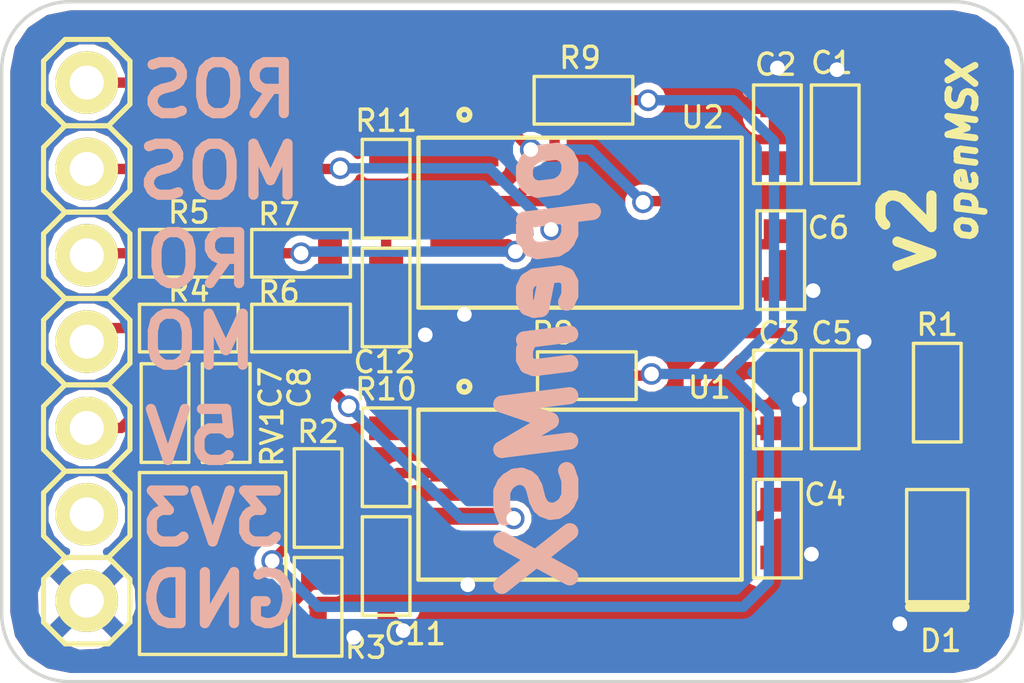
<source format=kicad_pcb>
(kicad_pcb (version 3) (host pcbnew "(2014-06-26 BZR 4956)-product")

  (general
    (links 55)
    (no_connects 0)
    (area 64.949999 89.3701 95.050001 110.6442)
    (thickness 1.6)
    (drawings 18)
    (tracks 155)
    (zones 0)
    (modules 26)
    (nets 16)
  )

  (page A4)
  (layers
    (15 F.Cu signal)
    (0 B.Cu signal)
    (16 B.Adhes user hide)
    (17 F.Adhes user hide)
    (18 B.Paste user hide)
    (19 F.Paste user hide)
    (20 B.SilkS user)
    (21 F.SilkS user)
    (22 B.Mask user hide)
    (23 F.Mask user hide)
    (24 Dwgs.User user hide)
    (25 Cmts.User user hide)
    (26 Eco1.User user hide)
    (27 Eco2.User user hide)
    (28 Edge.Cuts user)
  )

  (setup
    (last_trace_width 0.3048)
    (trace_clearance 0.1524)
    (zone_clearance 0.2032)
    (zone_45_only no)
    (trace_min 0.2032)
    (segment_width 0.2)
    (edge_width 0.1)
    (via_size 0.635)
    (via_drill 0.4318)
    (via_min_size 0.635)
    (via_min_drill 0.4318)
    (uvia_size 0.508)
    (uvia_drill 0.127)
    (uvias_allowed no)
    (uvia_min_size 0.508)
    (uvia_min_drill 0.127)
    (pcb_text_width 0.3)
    (pcb_text_size 1.5 1.5)
    (mod_edge_width 0.15)
    (mod_text_size 1 1)
    (mod_text_width 0.15)
    (pad_size 1.5 1.5)
    (pad_drill 0)
    (pad_to_mask_clearance 0)
    (aux_axis_origin 0 0)
    (visible_elements FFFFFF7F)
    (pcbplotparams
      (layerselection 284196865)
      (usegerberextensions true)
      (excludeedgelayer true)
      (linewidth 0.150000)
      (plotframeref false)
      (viasonmask false)
      (mode 1)
      (useauxorigin false)
      (hpglpennumber 1)
      (hpglpenspeed 20)
      (hpglpendiameter 15)
      (hpglpenoverlay 2)
      (psnegative false)
      (psa4output false)
      (plotreference true)
      (plotvalue true)
      (plotinvisibletext false)
      (padsonsilk false)
      (subtractmaskfromsilk false)
      (outputformat 1)
      (mirror false)
      (drillshape 0)
      (scaleselection 1)
      (outputdirectory /tmp/))
  )

  (net 0 "")
  (net 1 +3.3V)
  (net 2 +5V)
  (net 3 /MO)
  (net 4 /RO)
  (net 5 GND)
  (net 6 "Net-(D1-Pad1)")
  (net 7 /MO_SAMPLE)
  (net 8 /RO_SAMPLE)
  (net 9 /MOA)
  (net 10 /ROA)
  (net 11 /MOO)
  (net 12 /ROO)
  (net 13 /VSUB)
  (net 14 "Net-(R10-Pad1)")
  (net 15 "Net-(R11-Pad1)")

  (net_class Default "This is the default net class."
    (clearance 0.1524)
    (trace_width 0.3048)
    (via_dia 0.635)
    (via_drill 0.4318)
    (uvia_dia 0.508)
    (uvia_drill 0.127)
    (add_net /MO)
    (add_net /MOA)
    (add_net /MOO)
    (add_net /MO_SAMPLE)
    (add_net /RO)
    (add_net /ROA)
    (add_net /ROO)
    (add_net /RO_SAMPLE)
    (add_net /VSUB)
    (add_net "Net-(D1-Pad1)")
    (add_net "Net-(R10-Pad1)")
    (add_net "Net-(R11-Pad1)")
  )

  (net_class Power ""
    (clearance 0.1524)
    (trace_width 0.3048)
    (via_dia 0.635)
    (via_drill 0.4318)
    (uvia_dia 0.508)
    (uvia_drill 0.127)
    (add_net +3.3V)
    (add_net +5V)
    (add_net GND)
  )

  (module pretty:0603_S (layer F.Cu) (tedit 53E896F2) (tstamp 53B2FEFA)
    (at 87.8 93.9 270)
    (descr "Generic 0603 footprint made slightly smaller for more densely populated boards used for resistor and capacitor")
    (path /53E8BE9B)
    (fp_text reference C2 (at -2.05 0.05 360) (layer F.SilkS)
      (effects (font (size 0.625 0.625) (thickness 0.1)))
    )
    (fp_text value 1uF (at 0 1.4 270) (layer F.SilkS) hide
      (effects (font (size 0.625 0.625) (thickness 0.1)))
    )
    (fp_line (start -0.35 -0.45) (end 0.35 -0.45) (layer Dwgs.User) (width 0.1))
    (fp_line (start -0.35 0.45) (end 0.35 0.45) (layer Dwgs.User) (width 0.1))
    (fp_poly (pts (xy -0.85 -0.5) (xy -0.85 0.5) (xy -0.35 0.5) (xy -0.35 -0.5)
      (xy -0.85 -0.5)) (layer Dwgs.User) (width 0.15))
    (fp_poly (pts (xy 0.35 -0.5) (xy 0.35 0.5) (xy 0.85 0.5) (xy 0.85 -0.5)
      (xy 0.35 -0.5)) (layer Dwgs.User) (width 0.15))
    (fp_line (start -1.45 0.7) (end 1.45 0.7) (layer F.SilkS) (width 0.1))
    (fp_line (start 1.45 0.7) (end 1.45 -0.7) (layer F.SilkS) (width 0.1))
    (fp_line (start 1.45 -0.7) (end -1.45 -0.7) (layer F.SilkS) (width 0.1))
    (fp_line (start -1.45 -0.7) (end -1.45 0.7) (layer F.SilkS) (width 0.1))
    (pad 1 smd rect (at -0.85 0 270) (size 0.7 1) (layers F.Cu F.Paste F.Mask)
      (net 5 GND))
    (pad 2 smd rect (at 0.85 0 270) (size 0.7 1) (layers F.Cu F.Paste F.Mask)
      (net 2 +5V))
  )

  (module pretty:0603_S (layer F.Cu) (tedit 53E89700) (tstamp 53B2FF07)
    (at 87.8 101.7 270)
    (descr "Generic 0603 footprint made slightly smaller for more densely populated boards used for resistor and capacitor")
    (path /53DDF53A)
    (fp_text reference C3 (at -1.95 -0.05 360) (layer F.SilkS)
      (effects (font (size 0.625 0.625) (thickness 0.1)))
    )
    (fp_text value 0.1uF (at 0 1.4 270) (layer F.SilkS) hide
      (effects (font (size 0.625 0.625) (thickness 0.1)))
    )
    (fp_line (start -0.35 -0.45) (end 0.35 -0.45) (layer Dwgs.User) (width 0.1))
    (fp_line (start -0.35 0.45) (end 0.35 0.45) (layer Dwgs.User) (width 0.1))
    (fp_poly (pts (xy -0.85 -0.5) (xy -0.85 0.5) (xy -0.35 0.5) (xy -0.35 -0.5)
      (xy -0.85 -0.5)) (layer Dwgs.User) (width 0.15))
    (fp_poly (pts (xy 0.35 -0.5) (xy 0.35 0.5) (xy 0.85 0.5) (xy 0.85 -0.5)
      (xy 0.35 -0.5)) (layer Dwgs.User) (width 0.15))
    (fp_line (start -1.45 0.7) (end 1.45 0.7) (layer F.SilkS) (width 0.1))
    (fp_line (start 1.45 0.7) (end 1.45 -0.7) (layer F.SilkS) (width 0.1))
    (fp_line (start 1.45 -0.7) (end -1.45 -0.7) (layer F.SilkS) (width 0.1))
    (fp_line (start -1.45 -0.7) (end -1.45 0.7) (layer F.SilkS) (width 0.1))
    (pad 1 smd rect (at -0.85 0 270) (size 0.7 1) (layers F.Cu F.Paste F.Mask)
      (net 5 GND))
    (pad 2 smd rect (at 0.85 0 270) (size 0.7 1) (layers F.Cu F.Paste F.Mask)
      (net 2 +5V))
  )

  (module pretty:0603_S (layer F.Cu) (tedit 53E8970B) (tstamp 53B2FF14)
    (at 87.8 105.5 90)
    (descr "Generic 0603 footprint made slightly smaller for more densely populated boards used for resistor and capacitor")
    (path /53E8B7CA)
    (fp_text reference C4 (at 1 1.4 180) (layer F.SilkS)
      (effects (font (size 0.625 0.625) (thickness 0.1)))
    )
    (fp_text value 1pF? (at 0 1.4 90) (layer F.SilkS) hide
      (effects (font (size 0.625 0.625) (thickness 0.1)))
    )
    (fp_line (start -0.35 -0.45) (end 0.35 -0.45) (layer Dwgs.User) (width 0.1))
    (fp_line (start -0.35 0.45) (end 0.35 0.45) (layer Dwgs.User) (width 0.1))
    (fp_poly (pts (xy -0.85 -0.5) (xy -0.85 0.5) (xy -0.35 0.5) (xy -0.35 -0.5)
      (xy -0.85 -0.5)) (layer Dwgs.User) (width 0.15))
    (fp_poly (pts (xy 0.35 -0.5) (xy 0.35 0.5) (xy 0.85 0.5) (xy 0.85 -0.5)
      (xy 0.35 -0.5)) (layer Dwgs.User) (width 0.15))
    (fp_line (start -1.45 0.7) (end 1.45 0.7) (layer F.SilkS) (width 0.1))
    (fp_line (start 1.45 0.7) (end 1.45 -0.7) (layer F.SilkS) (width 0.1))
    (fp_line (start 1.45 -0.7) (end -1.45 -0.7) (layer F.SilkS) (width 0.1))
    (fp_line (start -1.45 -0.7) (end -1.45 0.7) (layer F.SilkS) (width 0.1))
    (pad 1 smd rect (at -0.85 0 90) (size 0.7 1) (layers F.Cu F.Paste F.Mask)
      (net 5 GND))
    (pad 2 smd rect (at 0.85 0 90) (size 0.7 1) (layers F.Cu F.Paste F.Mask)
      (net 7 /MO_SAMPLE))
  )

  (module pretty:0603_S (layer F.Cu) (tedit 53E89708) (tstamp 53B2FF21)
    (at 89.5 101.7 270)
    (descr "Generic 0603 footprint made slightly smaller for more densely populated boards used for resistor and capacitor")
    (path /53DDF746)
    (fp_text reference C5 (at -1.95 0.1 360) (layer F.SilkS)
      (effects (font (size 0.625 0.625) (thickness 0.1)))
    )
    (fp_text value 1uF (at 0 1.4 270) (layer F.SilkS) hide
      (effects (font (size 0.625 0.625) (thickness 0.1)))
    )
    (fp_line (start -0.35 -0.45) (end 0.35 -0.45) (layer Dwgs.User) (width 0.1))
    (fp_line (start -0.35 0.45) (end 0.35 0.45) (layer Dwgs.User) (width 0.1))
    (fp_poly (pts (xy -0.85 -0.5) (xy -0.85 0.5) (xy -0.35 0.5) (xy -0.35 -0.5)
      (xy -0.85 -0.5)) (layer Dwgs.User) (width 0.15))
    (fp_poly (pts (xy 0.35 -0.5) (xy 0.35 0.5) (xy 0.85 0.5) (xy 0.85 -0.5)
      (xy 0.35 -0.5)) (layer Dwgs.User) (width 0.15))
    (fp_line (start -1.45 0.7) (end 1.45 0.7) (layer F.SilkS) (width 0.1))
    (fp_line (start 1.45 0.7) (end 1.45 -0.7) (layer F.SilkS) (width 0.1))
    (fp_line (start 1.45 -0.7) (end -1.45 -0.7) (layer F.SilkS) (width 0.1))
    (fp_line (start -1.45 -0.7) (end -1.45 0.7) (layer F.SilkS) (width 0.1))
    (pad 1 smd rect (at -0.85 0 270) (size 0.7 1) (layers F.Cu F.Paste F.Mask)
      (net 5 GND))
    (pad 2 smd rect (at 0.85 0 270) (size 0.7 1) (layers F.Cu F.Paste F.Mask)
      (net 2 +5V))
  )

  (module pretty:0603_S (layer F.Cu) (tedit 53E896FC) (tstamp 53B2FF2E)
    (at 87.9 97.6 90)
    (descr "Generic 0603 footprint made slightly smaller for more densely populated boards used for resistor and capacitor")
    (path /53E8BEF1)
    (fp_text reference C6 (at 0.95 1.4 180) (layer F.SilkS)
      (effects (font (size 0.625 0.625) (thickness 0.1)))
    )
    (fp_text value 1pF? (at 0 1.4 90) (layer F.SilkS) hide
      (effects (font (size 0.625 0.625) (thickness 0.1)))
    )
    (fp_line (start -0.35 -0.45) (end 0.35 -0.45) (layer Dwgs.User) (width 0.1))
    (fp_line (start -0.35 0.45) (end 0.35 0.45) (layer Dwgs.User) (width 0.1))
    (fp_poly (pts (xy -0.85 -0.5) (xy -0.85 0.5) (xy -0.35 0.5) (xy -0.35 -0.5)
      (xy -0.85 -0.5)) (layer Dwgs.User) (width 0.15))
    (fp_poly (pts (xy 0.35 -0.5) (xy 0.35 0.5) (xy 0.85 0.5) (xy 0.85 -0.5)
      (xy 0.35 -0.5)) (layer Dwgs.User) (width 0.15))
    (fp_line (start -1.45 0.7) (end 1.45 0.7) (layer F.SilkS) (width 0.1))
    (fp_line (start 1.45 0.7) (end 1.45 -0.7) (layer F.SilkS) (width 0.1))
    (fp_line (start 1.45 -0.7) (end -1.45 -0.7) (layer F.SilkS) (width 0.1))
    (fp_line (start -1.45 -0.7) (end -1.45 0.7) (layer F.SilkS) (width 0.1))
    (pad 1 smd rect (at -0.85 0 90) (size 0.7 1) (layers F.Cu F.Paste F.Mask)
      (net 5 GND))
    (pad 2 smd rect (at 0.85 0 90) (size 0.7 1) (layers F.Cu F.Paste F.Mask)
      (net 8 /RO_SAMPLE))
  )

  (module pretty:0805_LED (layer F.Cu) (tedit 53DDED34) (tstamp 53B30025)
    (at 92.5 106 270)
    (descr "Generic 0805 footprint with LED direction marker")
    (path /52F7EA45)
    (fp_text reference D1 (at 2.8 -0.1 360) (layer F.SilkS)
      (effects (font (size 0.625 0.625) (thickness 0.1)))
    )
    (fp_text value LED (at 0 1.5 270) (layer F.SilkS) hide
      (effects (font (size 0.625 0.625) (thickness 0.1)))
    )
    (fp_line (start -0.35 -0.65) (end 0.35 -0.65) (layer Dwgs.User) (width 0.1))
    (fp_line (start -0.35 0.65) (end 0.35 0.65) (layer Dwgs.User) (width 0.1))
    (fp_poly (pts (xy -1.1 -0.7) (xy -1.1 0.7) (xy -0.35 0.7) (xy -0.35 -0.7)
      (xy -1.1 -0.7)) (layer Dwgs.User) (width 0.15))
    (fp_poly (pts (xy 0.35 -0.7) (xy 0.35 0.7) (xy 1.1 0.7) (xy 1.1 -0.7)
      (xy 0.35 -0.7)) (layer Dwgs.User) (width 0.15))
    (fp_line (start -1.65 0.9) (end 1.65 0.9) (layer F.SilkS) (width 0.1))
    (fp_line (start 1.65 0.9) (end 1.65 -0.9) (layer F.SilkS) (width 0.1))
    (fp_line (start 1.65 -0.9) (end -1.65 -0.9) (layer F.SilkS) (width 0.1))
    (fp_line (start -1.65 -0.9) (end -1.65 0.9) (layer F.SilkS) (width 0.1))
    (fp_line (start 1.8 0.8) (end 1.8 -0.8) (layer F.SilkS) (width 0.3))
    (pad 1 smd rect (at -0.85 0 270) (size 1.3 1.5) (layers F.Cu F.Paste F.Mask)
      (net 6 "Net-(D1-Pad1)"))
    (pad 2 smd rect (at 0.85 0 270) (size 1.3 1.5) (layers F.Cu F.Paste F.Mask)
      (net 5 GND))
  )

  (module pretty:PIN_1X7_S (layer F.Cu) (tedit 53DDECFF) (tstamp 53C2A824)
    (at 67.5 100 180)
    (descr "8 pin pinheader")
    (path /53C2AB8E)
    (fp_text reference P31 (at 0 -9.89 180) (layer F.SilkS) hide
      (effects (font (size 0.625 0.625) (thickness 0.1)))
    )
    (fp_text value CONN_7 (at 0 9.89 180) (layer F.SilkS) hide
      (effects (font (size 0.625 0.625) (thickness 0.1)))
    )
    (fp_line (start 1.27 -6.985) (end 1.27 -8.255) (layer F.SilkS) (width 0.15))
    (fp_line (start 0.635 -8.89) (end -0.635 -8.89) (layer F.SilkS) (width 0.15))
    (fp_line (start -1.27 -8.255) (end -1.27 -6.985) (layer F.SilkS) (width 0.15))
    (fp_line (start -0.635 -6.35) (end 0.635 -6.35) (layer F.SilkS) (width 0.15))
    (fp_line (start 1.27 -8.255) (end 0.635 -8.89) (layer F.SilkS) (width 0.15))
    (fp_line (start -0.635 -8.89) (end -1.27 -8.255) (layer F.SilkS) (width 0.15))
    (fp_line (start -1.27 -6.985) (end -0.635 -6.35) (layer F.SilkS) (width 0.15))
    (fp_line (start 0.635 -6.35) (end 1.27 -6.985) (layer F.SilkS) (width 0.15))
    (fp_line (start 1.27 -4.445) (end 1.27 -5.715) (layer F.SilkS) (width 0.15))
    (fp_line (start 0.635 -6.35) (end -0.635 -6.35) (layer F.SilkS) (width 0.15))
    (fp_line (start -1.27 -5.715) (end -1.27 -4.445) (layer F.SilkS) (width 0.15))
    (fp_line (start -0.635 -3.81) (end 0.635 -3.81) (layer F.SilkS) (width 0.15))
    (fp_line (start 1.27 -5.715) (end 0.635 -6.35) (layer F.SilkS) (width 0.15))
    (fp_line (start -0.635 -6.35) (end -1.27 -5.715) (layer F.SilkS) (width 0.15))
    (fp_line (start -1.27 -4.445) (end -0.635 -3.81) (layer F.SilkS) (width 0.15))
    (fp_line (start 0.635 -3.81) (end 1.27 -4.445) (layer F.SilkS) (width 0.15))
    (fp_line (start 1.27 -1.905) (end 1.27 -3.175) (layer F.SilkS) (width 0.15))
    (fp_line (start 0.635 -3.81) (end -0.635 -3.81) (layer F.SilkS) (width 0.15))
    (fp_line (start -1.27 -3.175) (end -1.27 -1.905) (layer F.SilkS) (width 0.15))
    (fp_line (start -0.635 -1.27) (end 0.635 -1.27) (layer F.SilkS) (width 0.15))
    (fp_line (start 1.27 -3.175) (end 0.635 -3.81) (layer F.SilkS) (width 0.15))
    (fp_line (start -0.635 -3.81) (end -1.27 -3.175) (layer F.SilkS) (width 0.15))
    (fp_line (start -1.27 -1.905) (end -0.635 -1.27) (layer F.SilkS) (width 0.15))
    (fp_line (start 0.635 -1.27) (end 1.27 -1.905) (layer F.SilkS) (width 0.15))
    (fp_line (start 1.27 0.635) (end 1.27 -0.635) (layer F.SilkS) (width 0.15))
    (fp_line (start 0.635 -1.27) (end -0.635 -1.27) (layer F.SilkS) (width 0.15))
    (fp_line (start -1.27 -0.635) (end -1.27 0.635) (layer F.SilkS) (width 0.15))
    (fp_line (start -0.635 1.27) (end 0.635 1.27) (layer F.SilkS) (width 0.15))
    (fp_line (start 1.27 -0.635) (end 0.635 -1.27) (layer F.SilkS) (width 0.15))
    (fp_line (start -0.635 -1.27) (end -1.27 -0.635) (layer F.SilkS) (width 0.15))
    (fp_line (start -1.27 0.635) (end -0.635 1.27) (layer F.SilkS) (width 0.15))
    (fp_line (start 0.635 1.27) (end 1.27 0.635) (layer F.SilkS) (width 0.15))
    (fp_line (start 1.27 3.175) (end 1.27 1.905) (layer F.SilkS) (width 0.15))
    (fp_line (start 0.635 1.27) (end -0.635 1.27) (layer F.SilkS) (width 0.15))
    (fp_line (start -1.27 1.905) (end -1.27 3.175) (layer F.SilkS) (width 0.15))
    (fp_line (start -0.635 3.81) (end 0.635 3.81) (layer F.SilkS) (width 0.15))
    (fp_line (start 1.27 1.905) (end 0.635 1.27) (layer F.SilkS) (width 0.15))
    (fp_line (start -0.635 1.27) (end -1.27 1.905) (layer F.SilkS) (width 0.15))
    (fp_line (start -1.27 3.175) (end -0.635 3.81) (layer F.SilkS) (width 0.15))
    (fp_line (start 0.635 3.81) (end 1.27 3.175) (layer F.SilkS) (width 0.15))
    (fp_line (start 1.27 5.715) (end 1.27 4.445) (layer F.SilkS) (width 0.15))
    (fp_line (start 0.635 3.81) (end -0.635 3.81) (layer F.SilkS) (width 0.15))
    (fp_line (start -1.27 4.445) (end -1.27 5.715) (layer F.SilkS) (width 0.15))
    (fp_line (start -0.635 6.35) (end 0.635 6.35) (layer F.SilkS) (width 0.15))
    (fp_line (start 1.27 4.445) (end 0.635 3.81) (layer F.SilkS) (width 0.15))
    (fp_line (start -0.635 3.81) (end -1.27 4.445) (layer F.SilkS) (width 0.15))
    (fp_line (start -1.27 5.715) (end -0.635 6.35) (layer F.SilkS) (width 0.15))
    (fp_line (start 0.635 6.35) (end 1.27 5.715) (layer F.SilkS) (width 0.15))
    (fp_line (start 1.27 8.255) (end 1.27 6.985) (layer F.SilkS) (width 0.15))
    (fp_line (start 0.635 6.35) (end -0.635 6.35) (layer F.SilkS) (width 0.15))
    (fp_line (start -1.27 6.985) (end -1.27 8.255) (layer F.SilkS) (width 0.15))
    (fp_line (start -0.635 8.89) (end 0.635 8.89) (layer F.SilkS) (width 0.15))
    (fp_line (start 1.27 6.985) (end 0.635 6.35) (layer F.SilkS) (width 0.15))
    (fp_line (start -0.635 6.35) (end -1.27 6.985) (layer F.SilkS) (width 0.15))
    (fp_line (start -1.27 8.255) (end -0.635 8.89) (layer F.SilkS) (width 0.15))
    (fp_line (start 0.635 8.89) (end 1.27 8.255) (layer F.SilkS) (width 0.15))
    (pad 1 thru_hole circle (at 0 -7.62 180) (size 1.84 1.84) (drill 1) (layers *.Cu *.Mask F.SilkS)
      (net 5 GND))
    (pad 2 thru_hole circle (at 0 -5.08 180) (size 1.84 1.84) (drill 1) (layers *.Cu *.Mask F.SilkS)
      (net 1 +3.3V))
    (pad 3 thru_hole circle (at 0 -2.54 180) (size 1.84 1.84) (drill 1) (layers *.Cu *.Mask F.SilkS)
      (net 2 +5V))
    (pad 4 thru_hole circle (at 0 0 180) (size 1.84 1.84) (drill 1) (layers *.Cu *.Mask F.SilkS)
      (net 3 /MO))
    (pad 5 thru_hole circle (at 0 2.54 180) (size 1.84 1.84) (drill 1) (layers *.Cu *.Mask F.SilkS)
      (net 4 /RO))
    (pad 6 thru_hole circle (at 0 5.08 180) (size 1.84 1.84) (drill 1) (layers *.Cu *.Mask F.SilkS)
      (net 7 /MO_SAMPLE))
    (pad 7 thru_hole circle (at 0 7.62 180) (size 1.84 1.84) (drill 1) (layers *.Cu *.Mask F.SilkS)
      (net 8 /RO_SAMPLE))
  )

  (module pretty:0603_S_R (layer F.Cu) (tedit 53E89704) (tstamp 53C2A866)
    (at 92.5 101.5 90)
    (descr "Generic 0603 footprint made slightly smaller for more densely populated boards used for resistor and capacitor")
    (path /52F7EA36)
    (fp_text reference R1 (at 2 0 180) (layer F.SilkS)
      (effects (font (size 0.625 0.625) (thickness 0.1)))
    )
    (fp_text value 3k3 (at 0 1.4 90) (layer F.SilkS) hide
      (effects (font (size 0.625 0.625) (thickness 0.1)))
    )
    (fp_line (start -0.35 -0.45) (end 0.35 -0.45) (layer Dwgs.User) (width 0.1))
    (fp_line (start -0.35 0.45) (end 0.35 0.45) (layer Dwgs.User) (width 0.1))
    (fp_poly (pts (xy -0.85 -0.5) (xy -0.85 0.5) (xy -0.35 0.5) (xy -0.35 -0.5)
      (xy -0.85 -0.5)) (layer Dwgs.User) (width 0.15))
    (fp_poly (pts (xy 0.35 -0.5) (xy 0.35 0.5) (xy 0.85 0.5) (xy 0.85 -0.5)
      (xy 0.35 -0.5)) (layer Dwgs.User) (width 0.15))
    (fp_line (start -1.45 0.7) (end 1.45 0.7) (layer F.SilkS) (width 0.1))
    (fp_line (start 1.45 0.7) (end 1.45 -0.7) (layer F.SilkS) (width 0.1))
    (fp_line (start 1.45 -0.7) (end -1.45 -0.7) (layer F.SilkS) (width 0.1))
    (fp_line (start -1.45 -0.7) (end -1.45 0.7) (layer F.SilkS) (width 0.1))
    (pad 1 smd rect (at -0.85 0 90) (size 0.7 1) (layers F.Cu F.Paste F.Mask)
      (net 6 "Net-(D1-Pad1)"))
    (pad 2 smd rect (at 0.85 0 90) (size 0.7 1) (layers F.Cu F.Paste F.Mask)
      (net 2 +5V))
    (model smd/resistors/R0603.wrl
      (at (xyz 0 0 0))
      (scale (xyz 1 1 1))
      (rotate (xyz 0 0 0))
    )
  )

  (module pretty:0603_S_R (layer F.Cu) (tedit 53E897D3) (tstamp 53C2A873)
    (at 74.3 104.6 270)
    (descr "Generic 0603 footprint made slightly smaller for more densely populated boards used for resistor and capacitor")
    (path /53E892F7)
    (fp_text reference R2 (at -1.95 0 360) (layer F.SilkS)
      (effects (font (size 0.625 0.625) (thickness 0.1)))
    )
    (fp_text value 1k (at 0 1.4 270) (layer F.SilkS) hide
      (effects (font (size 0.625 0.625) (thickness 0.1)))
    )
    (fp_line (start -0.35 -0.45) (end 0.35 -0.45) (layer Dwgs.User) (width 0.1))
    (fp_line (start -0.35 0.45) (end 0.35 0.45) (layer Dwgs.User) (width 0.1))
    (fp_poly (pts (xy -0.85 -0.5) (xy -0.85 0.5) (xy -0.35 0.5) (xy -0.35 -0.5)
      (xy -0.85 -0.5)) (layer Dwgs.User) (width 0.15))
    (fp_poly (pts (xy 0.35 -0.5) (xy 0.35 0.5) (xy 0.85 0.5) (xy 0.85 -0.5)
      (xy 0.35 -0.5)) (layer Dwgs.User) (width 0.15))
    (fp_line (start -1.45 0.7) (end 1.45 0.7) (layer F.SilkS) (width 0.1))
    (fp_line (start 1.45 0.7) (end 1.45 -0.7) (layer F.SilkS) (width 0.1))
    (fp_line (start 1.45 -0.7) (end -1.45 -0.7) (layer F.SilkS) (width 0.1))
    (fp_line (start -1.45 -0.7) (end -1.45 0.7) (layer F.SilkS) (width 0.1))
    (pad 1 smd rect (at -0.85 0 270) (size 0.7 1) (layers F.Cu F.Paste F.Mask)
      (net 2 +5V))
    (pad 2 smd rect (at 0.85 0 270) (size 0.7 1) (layers F.Cu F.Paste F.Mask)
      (net 13 /VSUB))
    (model smd/resistors/R0603.wrl
      (at (xyz 0 0 0))
      (scale (xyz 1 1 1))
      (rotate (xyz 0 0 0))
    )
  )

  (module pretty:0603_S_R (layer F.Cu) (tedit 53E897C5) (tstamp 53C2A880)
    (at 74.3 107.8 270)
    (descr "Generic 0603 footprint made slightly smaller for more densely populated boards used for resistor and capacitor")
    (path /53E8934E)
    (fp_text reference R3 (at 1.2 -1.4 540) (layer F.SilkS)
      (effects (font (size 0.625 0.625) (thickness 0.1)))
    )
    (fp_text value 1.5k (at 0 1.4 270) (layer F.SilkS) hide
      (effects (font (size 0.625 0.625) (thickness 0.1)))
    )
    (fp_line (start -0.35 -0.45) (end 0.35 -0.45) (layer Dwgs.User) (width 0.1))
    (fp_line (start -0.35 0.45) (end 0.35 0.45) (layer Dwgs.User) (width 0.1))
    (fp_poly (pts (xy -0.85 -0.5) (xy -0.85 0.5) (xy -0.35 0.5) (xy -0.35 -0.5)
      (xy -0.85 -0.5)) (layer Dwgs.User) (width 0.15))
    (fp_poly (pts (xy 0.35 -0.5) (xy 0.35 0.5) (xy 0.85 0.5) (xy 0.85 -0.5)
      (xy 0.35 -0.5)) (layer Dwgs.User) (width 0.15))
    (fp_line (start -1.45 0.7) (end 1.45 0.7) (layer F.SilkS) (width 0.1))
    (fp_line (start 1.45 0.7) (end 1.45 -0.7) (layer F.SilkS) (width 0.1))
    (fp_line (start 1.45 -0.7) (end -1.45 -0.7) (layer F.SilkS) (width 0.1))
    (fp_line (start -1.45 -0.7) (end -1.45 0.7) (layer F.SilkS) (width 0.1))
    (pad 1 smd rect (at -0.85 0 270) (size 0.7 1) (layers F.Cu F.Paste F.Mask)
      (net 13 /VSUB))
    (pad 2 smd rect (at 0.85 0 270) (size 0.7 1) (layers F.Cu F.Paste F.Mask)
      (net 5 GND))
    (model smd/resistors/R0603.wrl
      (at (xyz 0 0 0))
      (scale (xyz 1 1 1))
      (rotate (xyz 0 0 0))
    )
  )

  (module pretty:0603_S_R (layer F.Cu) (tedit 53E897EE) (tstamp 53C2A88D)
    (at 70.5 99.6)
    (descr "Generic 0603 footprint made slightly smaller for more densely populated boards used for resistor and capacitor")
    (path /53E8A856)
    (fp_text reference R4 (at 0 -1.1 180) (layer F.SilkS)
      (effects (font (size 0.625 0.625) (thickness 0.1)))
    )
    (fp_text value 33k (at 0 1.4) (layer F.SilkS) hide
      (effects (font (size 0.625 0.625) (thickness 0.1)))
    )
    (fp_line (start -0.35 -0.45) (end 0.35 -0.45) (layer Dwgs.User) (width 0.1))
    (fp_line (start -0.35 0.45) (end 0.35 0.45) (layer Dwgs.User) (width 0.1))
    (fp_poly (pts (xy -0.85 -0.5) (xy -0.85 0.5) (xy -0.35 0.5) (xy -0.35 -0.5)
      (xy -0.85 -0.5)) (layer Dwgs.User) (width 0.15))
    (fp_poly (pts (xy 0.35 -0.5) (xy 0.35 0.5) (xy 0.85 0.5) (xy 0.85 -0.5)
      (xy 0.35 -0.5)) (layer Dwgs.User) (width 0.15))
    (fp_line (start -1.45 0.7) (end 1.45 0.7) (layer F.SilkS) (width 0.1))
    (fp_line (start 1.45 0.7) (end 1.45 -0.7) (layer F.SilkS) (width 0.1))
    (fp_line (start 1.45 -0.7) (end -1.45 -0.7) (layer F.SilkS) (width 0.1))
    (fp_line (start -1.45 -0.7) (end -1.45 0.7) (layer F.SilkS) (width 0.1))
    (pad 1 smd rect (at -0.85 0) (size 0.7 1) (layers F.Cu F.Paste F.Mask)
      (net 3 /MO))
    (pad 2 smd rect (at 0.85 0) (size 0.7 1) (layers F.Cu F.Paste F.Mask)
      (net 9 /MOA))
    (model smd/resistors/R0603.wrl
      (at (xyz 0 0 0))
      (scale (xyz 1 1 1))
      (rotate (xyz 0 0 0))
    )
  )

  (module pretty:0603_S_R (layer F.Cu) (tedit 53E897F2) (tstamp 53C2A89A)
    (at 70.5 97.4)
    (descr "Generic 0603 footprint made slightly smaller for more densely populated boards used for resistor and capacitor")
    (path /53E8BECA)
    (fp_text reference R5 (at 0 -1.2 180) (layer F.SilkS)
      (effects (font (size 0.625 0.625) (thickness 0.1)))
    )
    (fp_text value 33k (at 0 1.4) (layer F.SilkS) hide
      (effects (font (size 0.625 0.625) (thickness 0.1)))
    )
    (fp_line (start -0.35 -0.45) (end 0.35 -0.45) (layer Dwgs.User) (width 0.1))
    (fp_line (start -0.35 0.45) (end 0.35 0.45) (layer Dwgs.User) (width 0.1))
    (fp_poly (pts (xy -0.85 -0.5) (xy -0.85 0.5) (xy -0.35 0.5) (xy -0.35 -0.5)
      (xy -0.85 -0.5)) (layer Dwgs.User) (width 0.15))
    (fp_poly (pts (xy 0.35 -0.5) (xy 0.35 0.5) (xy 0.85 0.5) (xy 0.85 -0.5)
      (xy 0.35 -0.5)) (layer Dwgs.User) (width 0.15))
    (fp_line (start -1.45 0.7) (end 1.45 0.7) (layer F.SilkS) (width 0.1))
    (fp_line (start 1.45 0.7) (end 1.45 -0.7) (layer F.SilkS) (width 0.1))
    (fp_line (start 1.45 -0.7) (end -1.45 -0.7) (layer F.SilkS) (width 0.1))
    (fp_line (start -1.45 -0.7) (end -1.45 0.7) (layer F.SilkS) (width 0.1))
    (pad 1 smd rect (at -0.85 0) (size 0.7 1) (layers F.Cu F.Paste F.Mask)
      (net 4 /RO))
    (pad 2 smd rect (at 0.85 0) (size 0.7 1) (layers F.Cu F.Paste F.Mask)
      (net 10 /ROA))
    (model smd/resistors/R0603.wrl
      (at (xyz 0 0 0))
      (scale (xyz 1 1 1))
      (rotate (xyz 0 0 0))
    )
  )

  (module pretty:ATMEL_SO8 (layer F.Cu) (tedit 53E8971B) (tstamp 53DDDE8A)
    (at 82 104.5)
    (descr "Atmel ATA6662C LIN driver")
    (path /53DDF231)
    (fp_text reference U1 (at 3.8 -3.15) (layer F.SilkS)
      (effects (font (size 0.625 0.625) (thickness 0.1)))
    )
    (fp_text value MCP6022 (at 0.15 4.85) (layer F.SilkS) hide
      (effects (font (thickness 0.15)))
    )
    (fp_circle (center -3.4 -3.175) (end -3.287747 -3.062747) (layer F.SilkS) (width 0.15875))
    (fp_line (start -2 2.5) (end 2 2.5) (layer Dwgs.User) (width 0.127))
    (fp_line (start 2 2.5) (end 2 -2.5) (layer Dwgs.User) (width 0.127))
    (fp_line (start 2 -2.5) (end -2 -2.5) (layer Dwgs.User) (width 0.127))
    (fp_line (start -2 -2.5) (end -2 2.5) (layer Dwgs.User) (width 0.127))
    (fp_line (start -4.75 2.5) (end 4.75 2.5) (layer F.SilkS) (width 0.127))
    (fp_line (start 4.75 2.5) (end 4.75 -2.5) (layer F.SilkS) (width 0.127))
    (fp_line (start 4.75 -2.5) (end -4.75 -2.5) (layer F.SilkS) (width 0.127))
    (fp_line (start -4.75 -2.5) (end -4.75 2.5) (layer F.SilkS) (width 0.127))
    (pad 1 smd rect (at -3.4 -1.905 180) (size 2 0.5) (layers F.Cu F.Paste F.Mask)
      (net 14 "Net-(R10-Pad1)"))
    (pad 2 smd rect (at -3.4 -0.635 180) (size 2 0.5) (layers F.Cu F.Paste F.Mask)
      (net 11 /MOO))
    (pad 3 smd rect (at -3.4 0.635 180) (size 2 0.5) (layers F.Cu F.Paste F.Mask)
      (net 9 /MOA))
    (pad 4 smd rect (at -3.4 1.905 180) (size 2 0.5) (layers F.Cu F.Paste F.Mask)
      (net 5 GND))
    (pad 5 smd rect (at 3.4 1.905) (size 2 0.5) (layers F.Cu F.Paste F.Mask)
      (net 11 /MOO))
    (pad 6 smd rect (at 3.4 0.635) (size 2 0.5) (layers F.Cu F.Paste F.Mask)
      (net 7 /MO_SAMPLE))
    (pad 7 smd rect (at 3.4 -0.635) (size 2 0.5) (layers F.Cu F.Paste F.Mask)
      (net 7 /MO_SAMPLE))
    (pad 8 smd rect (at 3.4 -1.905) (size 2 0.5) (layers F.Cu F.Paste F.Mask)
      (net 2 +5V))
  )

  (module pretty:ATMEL_SO8 (layer F.Cu) (tedit 53E896EC) (tstamp 53DDDE9E)
    (at 82 96.5)
    (descr "Atmel ATA6662C LIN driver")
    (path /53E8BE7B)
    (fp_text reference U2 (at 3.6 -3.1) (layer F.SilkS)
      (effects (font (size 0.625 0.625) (thickness 0.1)))
    )
    (fp_text value MCP6022 (at 1.2 10.7) (layer F.SilkS) hide
      (effects (font (thickness 0.15)))
    )
    (fp_circle (center -3.4 -3.175) (end -3.287747 -3.062747) (layer F.SilkS) (width 0.15875))
    (fp_line (start -2 2.5) (end 2 2.5) (layer Dwgs.User) (width 0.127))
    (fp_line (start 2 2.5) (end 2 -2.5) (layer Dwgs.User) (width 0.127))
    (fp_line (start 2 -2.5) (end -2 -2.5) (layer Dwgs.User) (width 0.127))
    (fp_line (start -2 -2.5) (end -2 2.5) (layer Dwgs.User) (width 0.127))
    (fp_line (start -4.75 2.5) (end 4.75 2.5) (layer F.SilkS) (width 0.127))
    (fp_line (start 4.75 2.5) (end 4.75 -2.5) (layer F.SilkS) (width 0.127))
    (fp_line (start 4.75 -2.5) (end -4.75 -2.5) (layer F.SilkS) (width 0.127))
    (fp_line (start -4.75 -2.5) (end -4.75 2.5) (layer F.SilkS) (width 0.127))
    (pad 1 smd rect (at -3.4 -1.905 180) (size 2 0.5) (layers F.Cu F.Paste F.Mask)
      (net 15 "Net-(R11-Pad1)"))
    (pad 2 smd rect (at -3.4 -0.635 180) (size 2 0.5) (layers F.Cu F.Paste F.Mask)
      (net 12 /ROO))
    (pad 3 smd rect (at -3.4 0.635 180) (size 2 0.5) (layers F.Cu F.Paste F.Mask)
      (net 10 /ROA))
    (pad 4 smd rect (at -3.4 1.905 180) (size 2 0.5) (layers F.Cu F.Paste F.Mask)
      (net 5 GND))
    (pad 5 smd rect (at 3.4 1.905) (size 2 0.5) (layers F.Cu F.Paste F.Mask)
      (net 12 /ROO))
    (pad 6 smd rect (at 3.4 0.635) (size 2 0.5) (layers F.Cu F.Paste F.Mask)
      (net 8 /RO_SAMPLE))
    (pad 7 smd rect (at 3.4 -0.635) (size 2 0.5) (layers F.Cu F.Paste F.Mask)
      (net 8 /RO_SAMPLE))
    (pad 8 smd rect (at 3.4 -1.905) (size 2 0.5) (layers F.Cu F.Paste F.Mask)
      (net 2 +5V))
  )

  (module pretty:0603_S (layer F.Cu) (tedit 53E897E1) (tstamp 53DDDF2F)
    (at 69.8 102.1 90)
    (descr "Generic 0603 footprint made slightly smaller for more densely populated boards used for resistor and capacitor")
    (path /53DE09C1)
    (fp_text reference C7 (at 0.75 3.1 270) (layer F.SilkS)
      (effects (font (size 0.625 0.625) (thickness 0.1)))
    )
    (fp_text value 1uF (at 0 1.4 90) (layer F.SilkS) hide
      (effects (font (size 0.625 0.625) (thickness 0.1)))
    )
    (fp_line (start -0.35 -0.45) (end 0.35 -0.45) (layer Dwgs.User) (width 0.1))
    (fp_line (start -0.35 0.45) (end 0.35 0.45) (layer Dwgs.User) (width 0.1))
    (fp_poly (pts (xy -0.85 -0.5) (xy -0.85 0.5) (xy -0.35 0.5) (xy -0.35 -0.5)
      (xy -0.85 -0.5)) (layer Dwgs.User) (width 0.15))
    (fp_poly (pts (xy 0.35 -0.5) (xy 0.35 0.5) (xy 0.85 0.5) (xy 0.85 -0.5)
      (xy 0.35 -0.5)) (layer Dwgs.User) (width 0.15))
    (fp_line (start -1.45 0.7) (end 1.45 0.7) (layer F.SilkS) (width 0.1))
    (fp_line (start 1.45 0.7) (end 1.45 -0.7) (layer F.SilkS) (width 0.1))
    (fp_line (start 1.45 -0.7) (end -1.45 -0.7) (layer F.SilkS) (width 0.1))
    (fp_line (start -1.45 -0.7) (end -1.45 0.7) (layer F.SilkS) (width 0.1))
    (pad 1 smd rect (at -0.85 0 90) (size 0.7 1) (layers F.Cu F.Paste F.Mask)
      (net 5 GND))
    (pad 2 smd rect (at 0.85 0 90) (size 0.7 1) (layers F.Cu F.Paste F.Mask)
      (net 2 +5V))
  )

  (module pretty:0603_S (layer F.Cu) (tedit 53E897E7) (tstamp 53DDDF3D)
    (at 71.6 102.1 90)
    (descr "Generic 0603 footprint made slightly smaller for more densely populated boards used for resistor and capacitor")
    (path /53DE0A5A)
    (fp_text reference C8 (at 0.75 2.15 270) (layer F.SilkS)
      (effects (font (size 0.625 0.625) (thickness 0.1)))
    )
    (fp_text value 1nF (at 0 1.4 90) (layer F.SilkS) hide
      (effects (font (size 0.625 0.625) (thickness 0.1)))
    )
    (fp_line (start -0.35 -0.45) (end 0.35 -0.45) (layer Dwgs.User) (width 0.1))
    (fp_line (start -0.35 0.45) (end 0.35 0.45) (layer Dwgs.User) (width 0.1))
    (fp_poly (pts (xy -0.85 -0.5) (xy -0.85 0.5) (xy -0.35 0.5) (xy -0.35 -0.5)
      (xy -0.85 -0.5)) (layer Dwgs.User) (width 0.15))
    (fp_poly (pts (xy 0.35 -0.5) (xy 0.35 0.5) (xy 0.85 0.5) (xy 0.85 -0.5)
      (xy 0.35 -0.5)) (layer Dwgs.User) (width 0.15))
    (fp_line (start -1.45 0.7) (end 1.45 0.7) (layer F.SilkS) (width 0.1))
    (fp_line (start 1.45 0.7) (end 1.45 -0.7) (layer F.SilkS) (width 0.1))
    (fp_line (start 1.45 -0.7) (end -1.45 -0.7) (layer F.SilkS) (width 0.1))
    (fp_line (start -1.45 -0.7) (end -1.45 0.7) (layer F.SilkS) (width 0.1))
    (pad 1 smd rect (at -0.85 0 90) (size 0.7 1) (layers F.Cu F.Paste F.Mask)
      (net 5 GND))
    (pad 2 smd rect (at 0.85 0 90) (size 0.7 1) (layers F.Cu F.Paste F.Mask)
      (net 2 +5V))
  )

  (module pretty:0603_S (layer F.Cu) (tedit 53E896F7) (tstamp 53DDE565)
    (at 89.5 93.9 270)
    (descr "Generic 0603 footprint made slightly smaller for more densely populated boards used for resistor and capacitor")
    (path /53E8BE8F)
    (fp_text reference C1 (at -2.1 0.1 360) (layer F.SilkS)
      (effects (font (size 0.625 0.625) (thickness 0.1)))
    )
    (fp_text value 0.1uF (at 0 1.4 270) (layer F.SilkS) hide
      (effects (font (size 0.625 0.625) (thickness 0.1)))
    )
    (fp_line (start -0.35 -0.45) (end 0.35 -0.45) (layer Dwgs.User) (width 0.1))
    (fp_line (start -0.35 0.45) (end 0.35 0.45) (layer Dwgs.User) (width 0.1))
    (fp_poly (pts (xy -0.85 -0.5) (xy -0.85 0.5) (xy -0.35 0.5) (xy -0.35 -0.5)
      (xy -0.85 -0.5)) (layer Dwgs.User) (width 0.15))
    (fp_poly (pts (xy 0.35 -0.5) (xy 0.35 0.5) (xy 0.85 0.5) (xy 0.85 -0.5)
      (xy 0.35 -0.5)) (layer Dwgs.User) (width 0.15))
    (fp_line (start -1.45 0.7) (end 1.45 0.7) (layer F.SilkS) (width 0.1))
    (fp_line (start 1.45 0.7) (end 1.45 -0.7) (layer F.SilkS) (width 0.1))
    (fp_line (start 1.45 -0.7) (end -1.45 -0.7) (layer F.SilkS) (width 0.1))
    (fp_line (start -1.45 -0.7) (end -1.45 0.7) (layer F.SilkS) (width 0.1))
    (pad 1 smd rect (at -0.85 0 270) (size 0.7 1) (layers F.Cu F.Paste F.Mask)
      (net 5 GND))
    (pad 2 smd rect (at 0.85 0 270) (size 0.7 1) (layers F.Cu F.Paste F.Mask)
      (net 2 +5V))
  )

  (module pretty:0603_S (layer F.Cu) (tedit 53E897C8) (tstamp 53E894CE)
    (at 76.3 106.6 90)
    (descr "Generic 0603 footprint made slightly smaller for more densely populated boards used for resistor and capacitor")
    (path /53E8B618)
    (fp_text reference C11 (at -2 0.85 180) (layer F.SilkS)
      (effects (font (size 0.625 0.625) (thickness 0.1)))
    )
    (fp_text value 1pF? (at 0 1.4 90) (layer F.SilkS) hide
      (effects (font (size 0.625 0.625) (thickness 0.1)))
    )
    (fp_line (start -0.35 -0.45) (end 0.35 -0.45) (layer Dwgs.User) (width 0.1))
    (fp_line (start -0.35 0.45) (end 0.35 0.45) (layer Dwgs.User) (width 0.1))
    (fp_poly (pts (xy -0.85 -0.5) (xy -0.85 0.5) (xy -0.35 0.5) (xy -0.35 -0.5)
      (xy -0.85 -0.5)) (layer Dwgs.User) (width 0.15))
    (fp_poly (pts (xy 0.35 -0.5) (xy 0.35 0.5) (xy 0.85 0.5) (xy 0.85 -0.5)
      (xy 0.35 -0.5)) (layer Dwgs.User) (width 0.15))
    (fp_line (start -1.45 0.7) (end 1.45 0.7) (layer F.SilkS) (width 0.1))
    (fp_line (start 1.45 0.7) (end 1.45 -0.7) (layer F.SilkS) (width 0.1))
    (fp_line (start 1.45 -0.7) (end -1.45 -0.7) (layer F.SilkS) (width 0.1))
    (fp_line (start -1.45 -0.7) (end -1.45 0.7) (layer F.SilkS) (width 0.1))
    (pad 1 smd rect (at -0.85 0 90) (size 0.7 1) (layers F.Cu F.Paste F.Mask)
      (net 5 GND))
    (pad 2 smd rect (at 0.85 0 90) (size 0.7 1) (layers F.Cu F.Paste F.Mask)
      (net 11 /MOO))
  )

  (module pretty:0603_S (layer F.Cu) (tedit 53E89800) (tstamp 53E894DC)
    (at 76.3 98.7 90)
    (descr "Generic 0603 footprint made slightly smaller for more densely populated boards used for resistor and capacitor")
    (path /53E8BEE1)
    (fp_text reference C12 (at -1.9 -0.05 180) (layer F.SilkS)
      (effects (font (size 0.625 0.625) (thickness 0.1)))
    )
    (fp_text value 1pF? (at 0 1.4 90) (layer F.SilkS) hide
      (effects (font (size 0.625 0.625) (thickness 0.1)))
    )
    (fp_line (start -0.35 -0.45) (end 0.35 -0.45) (layer Dwgs.User) (width 0.1))
    (fp_line (start -0.35 0.45) (end 0.35 0.45) (layer Dwgs.User) (width 0.1))
    (fp_poly (pts (xy -0.85 -0.5) (xy -0.85 0.5) (xy -0.35 0.5) (xy -0.35 -0.5)
      (xy -0.85 -0.5)) (layer Dwgs.User) (width 0.15))
    (fp_poly (pts (xy 0.35 -0.5) (xy 0.35 0.5) (xy 0.85 0.5) (xy 0.85 -0.5)
      (xy 0.35 -0.5)) (layer Dwgs.User) (width 0.15))
    (fp_line (start -1.45 0.7) (end 1.45 0.7) (layer F.SilkS) (width 0.1))
    (fp_line (start 1.45 0.7) (end 1.45 -0.7) (layer F.SilkS) (width 0.1))
    (fp_line (start 1.45 -0.7) (end -1.45 -0.7) (layer F.SilkS) (width 0.1))
    (fp_line (start -1.45 -0.7) (end -1.45 0.7) (layer F.SilkS) (width 0.1))
    (pad 1 smd rect (at -0.85 0 90) (size 0.7 1) (layers F.Cu F.Paste F.Mask)
      (net 5 GND))
    (pad 2 smd rect (at 0.85 0 90) (size 0.7 1) (layers F.Cu F.Paste F.Mask)
      (net 12 /ROO))
  )

  (module pretty:0603_S_R (layer F.Cu) (tedit 53E897F8) (tstamp 53E894EA)
    (at 73.8 99.6)
    (descr "Generic 0603 footprint made slightly smaller for more densely populated boards used for resistor and capacitor")
    (path /53E8A7DC)
    (fp_text reference R6 (at -0.65 -1.05) (layer F.SilkS)
      (effects (font (size 0.625 0.625) (thickness 0.1)))
    )
    (fp_text value 100k (at 0 1.4) (layer F.SilkS) hide
      (effects (font (size 0.625 0.625) (thickness 0.1)))
    )
    (fp_line (start -0.35 -0.45) (end 0.35 -0.45) (layer Dwgs.User) (width 0.1))
    (fp_line (start -0.35 0.45) (end 0.35 0.45) (layer Dwgs.User) (width 0.1))
    (fp_poly (pts (xy -0.85 -0.5) (xy -0.85 0.5) (xy -0.35 0.5) (xy -0.35 -0.5)
      (xy -0.85 -0.5)) (layer Dwgs.User) (width 0.15))
    (fp_poly (pts (xy 0.35 -0.5) (xy 0.35 0.5) (xy 0.85 0.5) (xy 0.85 -0.5)
      (xy 0.35 -0.5)) (layer Dwgs.User) (width 0.15))
    (fp_line (start -1.45 0.7) (end 1.45 0.7) (layer F.SilkS) (width 0.1))
    (fp_line (start 1.45 0.7) (end 1.45 -0.7) (layer F.SilkS) (width 0.1))
    (fp_line (start 1.45 -0.7) (end -1.45 -0.7) (layer F.SilkS) (width 0.1))
    (fp_line (start -1.45 -0.7) (end -1.45 0.7) (layer F.SilkS) (width 0.1))
    (pad 1 smd rect (at -0.85 0) (size 0.7 1) (layers F.Cu F.Paste F.Mask)
      (net 9 /MOA))
    (pad 2 smd rect (at 0.85 0) (size 0.7 1) (layers F.Cu F.Paste F.Mask)
      (net 5 GND))
    (model smd/resistors/R0603.wrl
      (at (xyz 0 0 0))
      (scale (xyz 1 1 1))
      (rotate (xyz 0 0 0))
    )
  )

  (module pretty:0603_S_R (layer F.Cu) (tedit 53E897FC) (tstamp 53E894F8)
    (at 73.8 97.4)
    (descr "Generic 0603 footprint made slightly smaller for more densely populated boards used for resistor and capacitor")
    (path /53E8BEC4)
    (fp_text reference R7 (at -0.65 -1.15) (layer F.SilkS)
      (effects (font (size 0.625 0.625) (thickness 0.1)))
    )
    (fp_text value 100k (at 0 1.4) (layer F.SilkS) hide
      (effects (font (size 0.625 0.625) (thickness 0.1)))
    )
    (fp_line (start -0.35 -0.45) (end 0.35 -0.45) (layer Dwgs.User) (width 0.1))
    (fp_line (start -0.35 0.45) (end 0.35 0.45) (layer Dwgs.User) (width 0.1))
    (fp_poly (pts (xy -0.85 -0.5) (xy -0.85 0.5) (xy -0.35 0.5) (xy -0.35 -0.5)
      (xy -0.85 -0.5)) (layer Dwgs.User) (width 0.15))
    (fp_poly (pts (xy 0.35 -0.5) (xy 0.35 0.5) (xy 0.85 0.5) (xy 0.85 -0.5)
      (xy 0.35 -0.5)) (layer Dwgs.User) (width 0.15))
    (fp_line (start -1.45 0.7) (end 1.45 0.7) (layer F.SilkS) (width 0.1))
    (fp_line (start 1.45 0.7) (end 1.45 -0.7) (layer F.SilkS) (width 0.1))
    (fp_line (start 1.45 -0.7) (end -1.45 -0.7) (layer F.SilkS) (width 0.1))
    (fp_line (start -1.45 -0.7) (end -1.45 0.7) (layer F.SilkS) (width 0.1))
    (pad 1 smd rect (at -0.85 0) (size 0.7 1) (layers F.Cu F.Paste F.Mask)
      (net 10 /ROA))
    (pad 2 smd rect (at 0.85 0) (size 0.7 1) (layers F.Cu F.Paste F.Mask)
      (net 5 GND))
    (model smd/resistors/R0603.wrl
      (at (xyz 0 0 0))
      (scale (xyz 1 1 1))
      (rotate (xyz 0 0 0))
    )
  )

  (module pretty:0603_S_R (layer F.Cu) (tedit 53E89713) (tstamp 53E89506)
    (at 82.2 101 180)
    (descr "Generic 0603 footprint made slightly smaller for more densely populated boards used for resistor and capacitor")
    (path /53E8A23F)
    (fp_text reference R8 (at 1 1.25 180) (layer F.SilkS)
      (effects (font (size 0.625 0.625) (thickness 0.1)))
    )
    (fp_text value 33k (at 0 1.4 180) (layer F.SilkS) hide
      (effects (font (size 0.625 0.625) (thickness 0.1)))
    )
    (fp_line (start -0.35 -0.45) (end 0.35 -0.45) (layer Dwgs.User) (width 0.1))
    (fp_line (start -0.35 0.45) (end 0.35 0.45) (layer Dwgs.User) (width 0.1))
    (fp_poly (pts (xy -0.85 -0.5) (xy -0.85 0.5) (xy -0.35 0.5) (xy -0.35 -0.5)
      (xy -0.85 -0.5)) (layer Dwgs.User) (width 0.15))
    (fp_poly (pts (xy 0.35 -0.5) (xy 0.35 0.5) (xy 0.85 0.5) (xy 0.85 -0.5)
      (xy 0.35 -0.5)) (layer Dwgs.User) (width 0.15))
    (fp_line (start -1.45 0.7) (end 1.45 0.7) (layer F.SilkS) (width 0.1))
    (fp_line (start 1.45 0.7) (end 1.45 -0.7) (layer F.SilkS) (width 0.1))
    (fp_line (start 1.45 -0.7) (end -1.45 -0.7) (layer F.SilkS) (width 0.1))
    (fp_line (start -1.45 -0.7) (end -1.45 0.7) (layer F.SilkS) (width 0.1))
    (pad 1 smd rect (at -0.85 0 180) (size 0.7 1) (layers F.Cu F.Paste F.Mask)
      (net 13 /VSUB))
    (pad 2 smd rect (at 0.85 0 180) (size 0.7 1) (layers F.Cu F.Paste F.Mask)
      (net 11 /MOO))
    (model smd/resistors/R0603.wrl
      (at (xyz 0 0 0))
      (scale (xyz 1 1 1))
      (rotate (xyz 0 0 0))
    )
  )

  (module pretty:0603_S_R (layer F.Cu) (tedit 53E896E4) (tstamp 53E89514)
    (at 82.1 92.9 180)
    (descr "Generic 0603 footprint made slightly smaller for more densely populated boards used for resistor and capacitor")
    (path /53E8BEAF)
    (fp_text reference R9 (at 0.1 1.25 180) (layer F.SilkS)
      (effects (font (size 0.625 0.625) (thickness 0.1)))
    )
    (fp_text value 33k (at 0 1.4 180) (layer F.SilkS) hide
      (effects (font (size 0.625 0.625) (thickness 0.1)))
    )
    (fp_line (start -0.35 -0.45) (end 0.35 -0.45) (layer Dwgs.User) (width 0.1))
    (fp_line (start -0.35 0.45) (end 0.35 0.45) (layer Dwgs.User) (width 0.1))
    (fp_poly (pts (xy -0.85 -0.5) (xy -0.85 0.5) (xy -0.35 0.5) (xy -0.35 -0.5)
      (xy -0.85 -0.5)) (layer Dwgs.User) (width 0.15))
    (fp_poly (pts (xy 0.35 -0.5) (xy 0.35 0.5) (xy 0.85 0.5) (xy 0.85 -0.5)
      (xy 0.35 -0.5)) (layer Dwgs.User) (width 0.15))
    (fp_line (start -1.45 0.7) (end 1.45 0.7) (layer F.SilkS) (width 0.1))
    (fp_line (start 1.45 0.7) (end 1.45 -0.7) (layer F.SilkS) (width 0.1))
    (fp_line (start 1.45 -0.7) (end -1.45 -0.7) (layer F.SilkS) (width 0.1))
    (fp_line (start -1.45 -0.7) (end -1.45 0.7) (layer F.SilkS) (width 0.1))
    (pad 1 smd rect (at -0.85 0 180) (size 0.7 1) (layers F.Cu F.Paste F.Mask)
      (net 13 /VSUB))
    (pad 2 smd rect (at 0.85 0 180) (size 0.7 1) (layers F.Cu F.Paste F.Mask)
      (net 12 /ROO))
    (model smd/resistors/R0603.wrl
      (at (xyz 0 0 0))
      (scale (xyz 1 1 1))
      (rotate (xyz 0 0 0))
    )
  )

  (module pretty:0603_S_R (layer F.Cu) (tedit 53E897B7) (tstamp 53E89522)
    (at 76.3 103.4 270)
    (descr "Generic 0603 footprint made slightly smaller for more densely populated boards used for resistor and capacitor")
    (path /53E8A507)
    (fp_text reference R10 (at -2 0 360) (layer F.SilkS)
      (effects (font (size 0.625 0.625) (thickness 0.1)))
    )
    (fp_text value 100k (at 0 1.4 270) (layer F.SilkS) hide
      (effects (font (size 0.625 0.625) (thickness 0.1)))
    )
    (fp_line (start -0.35 -0.45) (end 0.35 -0.45) (layer Dwgs.User) (width 0.1))
    (fp_line (start -0.35 0.45) (end 0.35 0.45) (layer Dwgs.User) (width 0.1))
    (fp_poly (pts (xy -0.85 -0.5) (xy -0.85 0.5) (xy -0.35 0.5) (xy -0.35 -0.5)
      (xy -0.85 -0.5)) (layer Dwgs.User) (width 0.15))
    (fp_poly (pts (xy 0.35 -0.5) (xy 0.35 0.5) (xy 0.85 0.5) (xy 0.85 -0.5)
      (xy 0.35 -0.5)) (layer Dwgs.User) (width 0.15))
    (fp_line (start -1.45 0.7) (end 1.45 0.7) (layer F.SilkS) (width 0.1))
    (fp_line (start 1.45 0.7) (end 1.45 -0.7) (layer F.SilkS) (width 0.1))
    (fp_line (start 1.45 -0.7) (end -1.45 -0.7) (layer F.SilkS) (width 0.1))
    (fp_line (start -1.45 -0.7) (end -1.45 0.7) (layer F.SilkS) (width 0.1))
    (pad 1 smd rect (at -0.85 0 270) (size 0.7 1) (layers F.Cu F.Paste F.Mask)
      (net 14 "Net-(R10-Pad1)"))
    (pad 2 smd rect (at 0.85 0 270) (size 0.7 1) (layers F.Cu F.Paste F.Mask)
      (net 11 /MOO))
    (model smd/resistors/R0603.wrl
      (at (xyz 0 0 0))
      (scale (xyz 1 1 1))
      (rotate (xyz 0 0 0))
    )
  )

  (module pretty:0603_S_R (layer F.Cu) (tedit 53E89806) (tstamp 53E89530)
    (at 76.3 95.5 270)
    (descr "Generic 0603 footprint made slightly smaller for more densely populated boards used for resistor and capacitor")
    (path /53E8BEB8)
    (fp_text reference R11 (at -2 0 360) (layer F.SilkS)
      (effects (font (size 0.625 0.625) (thickness 0.1)))
    )
    (fp_text value 100k (at 0 1.4 270) (layer F.SilkS) hide
      (effects (font (size 0.625 0.625) (thickness 0.1)))
    )
    (fp_line (start -0.35 -0.45) (end 0.35 -0.45) (layer Dwgs.User) (width 0.1))
    (fp_line (start -0.35 0.45) (end 0.35 0.45) (layer Dwgs.User) (width 0.1))
    (fp_poly (pts (xy -0.85 -0.5) (xy -0.85 0.5) (xy -0.35 0.5) (xy -0.35 -0.5)
      (xy -0.85 -0.5)) (layer Dwgs.User) (width 0.15))
    (fp_poly (pts (xy 0.35 -0.5) (xy 0.35 0.5) (xy 0.85 0.5) (xy 0.85 -0.5)
      (xy 0.35 -0.5)) (layer Dwgs.User) (width 0.15))
    (fp_line (start -1.45 0.7) (end 1.45 0.7) (layer F.SilkS) (width 0.1))
    (fp_line (start 1.45 0.7) (end 1.45 -0.7) (layer F.SilkS) (width 0.1))
    (fp_line (start 1.45 -0.7) (end -1.45 -0.7) (layer F.SilkS) (width 0.1))
    (fp_line (start -1.45 -0.7) (end -1.45 0.7) (layer F.SilkS) (width 0.1))
    (pad 1 smd rect (at -0.85 0 270) (size 0.7 1) (layers F.Cu F.Paste F.Mask)
      (net 15 "Net-(R11-Pad1)"))
    (pad 2 smd rect (at 0.85 0 270) (size 0.7 1) (layers F.Cu F.Paste F.Mask)
      (net 12 /ROO))
    (model smd/resistors/R0603.wrl
      (at (xyz 0 0 0))
      (scale (xyz 1 1 1))
      (rotate (xyz 0 0 0))
    )
  )

  (module pretty:SMT_trimmer_Panasonic_EVM3Y (layer F.Cu) (tedit 53E897DA) (tstamp 53E8953F)
    (at 71.2 106.2 180)
    (descr TODO)
    (path /53E89071)
    (fp_text reference RV1 (at -1.75 3.4 270) (layer F.SilkS)
      (effects (font (size 0.625 0.625) (thickness 0.1)))
    )
    (fp_text value 10k (at 0 3 180) (layer F.SilkS) hide
      (effects (font (size 0.625 0.625) (thickness 0.1)))
    )
    (fp_line (start -1.55 -1.85) (end 1.55 -1.85) (layer Dwgs.User) (width 0.1))
    (fp_line (start 1.55 -1.85) (end 1.55 1.9) (layer Dwgs.User) (width 0.1))
    (fp_line (start 1.55 1.9) (end -1.55 1.9) (layer Dwgs.User) (width 0.1))
    (fp_line (start -1.55 1.9) (end -1.55 -1.85) (layer Dwgs.User) (width 0.1))
    (fp_line (start -2.15 -3) (end 2.15 -3) (layer F.SilkS) (width 0.1))
    (fp_line (start 2.15 -3) (end 2.15 2.35) (layer F.SilkS) (width 0.1))
    (fp_line (start 2.15 2.35) (end -2.15 2.35) (layer F.SilkS) (width 0.1))
    (fp_line (start -2.15 2.35) (end -2.15 -3) (layer F.SilkS) (width 0.1))
    (pad 1 smd rect (at -1.4 1.6 180) (size 1.2 1.2) (layers F.Cu F.Paste F.Mask)
      (net 2 +5V))
    (pad 2 smd rect (at 0 -2.1 180) (size 1.6 1.5) (layers F.Cu F.Paste F.Mask)
      (net 13 /VSUB))
    (pad 3 smd rect (at 1.4 1.6 180) (size 1.2 1.2) (layers F.Cu F.Paste F.Mask)
      (net 5 GND))
  )

  (gr_line (start 65 92) (end 65 108) (angle 90) (layer Edge.Cuts) (width 0.1))
  (gr_line (start 93 90) (end 67 90) (angle 90) (layer Edge.Cuts) (width 0.1))
  (gr_line (start 95 108) (end 95 92) (angle 90) (layer Edge.Cuts) (width 0.1))
  (gr_line (start 67 110) (end 93 110) (angle 90) (layer Edge.Cuts) (width 0.1))
  (gr_arc (start 93 92) (end 93 90) (angle 90) (layer Edge.Cuts) (width 0.1))
  (gr_arc (start 93 108) (end 95 108) (angle 90) (layer Edge.Cuts) (width 0.1))
  (gr_arc (start 67 108) (end 67 110) (angle 90) (layer Edge.Cuts) (width 0.1))
  (gr_arc (start 67 92) (end 65 92) (angle 90) (layer Edge.Cuts) (width 0.1))
  (gr_text GND (at 71.4 107.6) (layer B.SilkS)
    (effects (font (size 1.5 1.5) (thickness 0.3)) (justify mirror))
  )
  (gr_text 3V3 (at 71.2 105.2) (layer B.SilkS)
    (effects (font (size 1.5 1.5) (thickness 0.3)) (justify mirror))
  )
  (gr_text 5V (at 70.6 102.8) (layer B.SilkS)
    (effects (font (size 1.5 1.5) (thickness 0.3)) (justify mirror))
  )
  (gr_text MO (at 70.8 100) (layer B.SilkS)
    (effects (font (size 1.5 1.5) (thickness 0.3)) (justify mirror))
  )
  (gr_text RO (at 70.8 97.6) (layer B.SilkS)
    (effects (font (size 1.5 1.5) (thickness 0.3)) (justify mirror))
  )
  (gr_text MOS (at 71.4 95) (layer B.SilkS)
    (effects (font (size 1.5 1.5) (thickness 0.3)) (justify mirror))
  )
  (gr_text ROS (at 71.4 92.6) (layer B.SilkS)
    (effects (font (size 1.5 1.5) (thickness 0.3)) (justify mirror))
  )
  (gr_text openMSX (at 80.8 100.6 90) (layer B.SilkS)
    (effects (font (size 2 2) (thickness 0.5) italic) (justify mirror))
  )
  (gr_text v2 (at 91.65 96.7 90) (layer F.SilkS)
    (effects (font (size 1.5 1.5) (thickness 0.3)))
  )
  (gr_text openMSX (at 93.25 94.4 90) (layer F.SilkS)
    (effects (font (size 0.8 0.8) (thickness 0.2) italic))
  )

  (segment (start 72.6 104.6) (end 72.15 104.6) (width 0.3048) (layer F.Cu) (net 2))
  (segment (start 72.15 104.6) (end 70.05 106.7) (width 0.3048) (layer F.Cu) (net 2) (tstamp 53E898FC))
  (segment (start 89.5 106.8) (end 89.5 102.55) (width 0.3048) (layer F.Cu) (net 2) (tstamp 53E89903))
  (segment (start 86.9 109.4) (end 89.5 106.8) (width 0.3048) (layer F.Cu) (net 2) (tstamp 53E89901))
  (segment (start 70.3 109.4) (end 86.9 109.4) (width 0.3048) (layer F.Cu) (net 2) (tstamp 53E89900))
  (segment (start 70.05 109.15) (end 70.3 109.4) (width 0.3048) (layer F.Cu) (net 2) (tstamp 53E898FF))
  (segment (start 70.05 106.7) (end 70.05 109.15) (width 0.3048) (layer F.Cu) (net 2) (tstamp 53E898FD))
  (segment (start 85.4 102.595) (end 85.4 101.1) (width 0.3048) (layer F.Cu) (net 2))
  (segment (start 89.5 99.2) (end 89.5 94.75) (width 0.3048) (layer F.Cu) (net 2) (tstamp 53E898FA))
  (segment (start 88.95 99.75) (end 89.5 99.2) (width 0.3048) (layer F.Cu) (net 2) (tstamp 53E898F9))
  (segment (start 86.75 99.75) (end 88.95 99.75) (width 0.3048) (layer F.Cu) (net 2) (tstamp 53E898F7))
  (segment (start 85.4 101.1) (end 86.75 99.75) (width 0.3048) (layer F.Cu) (net 2) (tstamp 53E898F5))
  (segment (start 89.5 102.55) (end 89.75 102.55) (width 0.3048) (layer F.Cu) (net 2))
  (segment (start 89.75 102.55) (end 91.65 100.65) (width 0.3048) (layer F.Cu) (net 2) (tstamp 53E898EE))
  (segment (start 91.65 100.65) (end 92.5 100.65) (width 0.3048) (layer F.Cu) (net 2) (tstamp 53E898EF))
  (segment (start 87.8 102.55) (end 89.5 102.55) (width 0.3048) (layer F.Cu) (net 2))
  (segment (start 85.4 102.595) (end 87.755 102.595) (width 0.3048) (layer F.Cu) (net 2))
  (segment (start 87.755 102.595) (end 87.8 102.55) (width 0.3048) (layer F.Cu) (net 2) (tstamp 53E898EA))
  (segment (start 89.5 94.75) (end 87.8 94.75) (width 0.3048) (layer F.Cu) (net 2))
  (segment (start 85.4 94.595) (end 87.645 94.595) (width 0.3048) (layer F.Cu) (net 2))
  (segment (start 87.645 94.595) (end 87.8 94.75) (width 0.3048) (layer F.Cu) (net 2) (tstamp 53E898D5))
  (segment (start 67.5 102.54) (end 68.51 102.54) (width 0.3048) (layer F.Cu) (net 2))
  (segment (start 68.51 102.54) (end 69.8 101.25) (width 0.3048) (layer F.Cu) (net 2) (tstamp 53E898AE))
  (segment (start 69.8 101.25) (end 71.95 101.25) (width 0.3048) (layer F.Cu) (net 2) (tstamp 53E898AF))
  (segment (start 71.95 101.25) (end 72.6 101.9) (width 0.3048) (layer F.Cu) (net 2) (tstamp 53E898B1))
  (segment (start 72.6 101.9) (end 72.6 102.05) (width 0.3048) (layer F.Cu) (net 2) (tstamp 53E898B2))
  (segment (start 72.6 102.05) (end 74.3 103.75) (width 0.3048) (layer F.Cu) (net 2) (tstamp 53E898B3))
  (segment (start 74.3 103.75) (end 73.45 103.75) (width 0.3048) (layer F.Cu) (net 2) (tstamp 53E898B4))
  (segment (start 73.45 103.75) (end 72.6 104.6) (width 0.3048) (layer F.Cu) (net 2) (tstamp 53E898B5))
  (segment (start 69.65 99.6) (end 67.9 99.6) (width 0.3048) (layer F.Cu) (net 3))
  (segment (start 67.9 99.6) (end 67.5 100) (width 0.3048) (layer F.Cu) (net 3) (tstamp 53E89949))
  (segment (start 69.65 97.4) (end 67.56 97.4) (width 0.3048) (layer F.Cu) (net 4))
  (segment (start 67.56 97.4) (end 67.5 97.46) (width 0.3048) (layer F.Cu) (net 4) (tstamp 53E89947))
  (segment (start 87.8 100.85) (end 87.8 101.05) (width 0.3048) (layer F.Cu) (net 5))
  (segment (start 87.8 101.05) (end 88.45 101.7) (width 0.3048) (layer F.Cu) (net 5) (tstamp 53E89B6C))
  (via (at 88.45 101.7) (size 0.635) (layers F.Cu B.Cu) (net 5))
  (segment (start 89.5 100.85) (end 90.35 100) (width 0.3048) (layer F.Cu) (net 5))
  (via (at 90.35 100) (size 0.635) (layers F.Cu B.Cu) (net 5))
  (segment (start 89.5 93.05) (end 89.5 92.05) (width 0.3048) (layer F.Cu) (net 5))
  (via (at 89.55 92) (size 0.635) (layers F.Cu B.Cu) (net 5))
  (segment (start 89.5 92.05) (end 89.55 92) (width 0.3048) (layer F.Cu) (net 5) (tstamp 53E89B63))
  (segment (start 87.8 93.05) (end 87.8 91.95) (width 0.3048) (layer F.Cu) (net 5))
  (via (at 87.8 91.95) (size 0.635) (layers F.Cu B.Cu) (net 5))
  (segment (start 89.5 93.05) (end 87.8 93.05) (width 0.3048) (layer F.Cu) (net 5))
  (segment (start 87.9 98.45) (end 88.8 98.45) (width 0.3048) (layer F.Cu) (net 5))
  (via (at 88.85 98.5) (size 0.635) (layers F.Cu B.Cu) (net 5))
  (segment (start 88.8 98.45) (end 88.85 98.5) (width 0.3048) (layer F.Cu) (net 5) (tstamp 53E89B59))
  (segment (start 87.8 106.35) (end 88.7 106.35) (width 0.3048) (layer F.Cu) (net 5))
  (via (at 88.8 106.25) (size 0.635) (layers F.Cu B.Cu) (net 5))
  (segment (start 88.7 106.35) (end 88.8 106.25) (width 0.3048) (layer F.Cu) (net 5) (tstamp 53E89B55))
  (segment (start 92.5 106.85) (end 92.5 107.2) (width 0.3048) (layer F.Cu) (net 5))
  (segment (start 92.5 107.2) (end 91.4 108.3) (width 0.3048) (layer F.Cu) (net 5) (tstamp 53E89B50))
  (via (at 91.4 108.3) (size 0.635) (layers F.Cu B.Cu) (net 5))
  (segment (start 74.3 108.65) (end 75.3 108.65) (width 0.3048) (layer F.Cu) (net 5))
  (via (at 75.35 108.7) (size 0.635) (layers F.Cu B.Cu) (net 5))
  (segment (start 75.3 108.65) (end 75.35 108.7) (width 0.3048) (layer F.Cu) (net 5) (tstamp 53E89B4B))
  (segment (start 76.3 107.45) (end 76.3 108) (width 0.3048) (layer F.Cu) (net 5))
  (via (at 76.8 108.5) (size 0.635) (layers F.Cu B.Cu) (net 5))
  (segment (start 76.3 108) (end 76.8 108.5) (width 0.3048) (layer F.Cu) (net 5) (tstamp 53E89B47))
  (segment (start 78.6 106.405) (end 78.6 107.05) (width 0.3048) (layer F.Cu) (net 5))
  (via (at 78.7 107.15) (size 0.635) (layers F.Cu B.Cu) (net 5))
  (segment (start 78.6 107.05) (end 78.7 107.15) (width 0.3048) (layer F.Cu) (net 5) (tstamp 53E89B42))
  (segment (start 76.3 99.55) (end 77.2 99.55) (width 0.3048) (layer F.Cu) (net 5))
  (via (at 77.45 99.8) (size 0.635) (layers F.Cu B.Cu) (net 5))
  (segment (start 77.2 99.55) (end 77.45 99.8) (width 0.3048) (layer F.Cu) (net 5) (tstamp 53E89B3E))
  (segment (start 78.6 98.405) (end 78.6 99.2) (width 0.3048) (layer F.Cu) (net 5))
  (via (at 78.6 99.2) (size 0.635) (layers F.Cu B.Cu) (net 5))
  (segment (start 92.5 102.35) (end 92.5 105.15) (width 0.3048) (layer F.Cu) (net 6))
  (segment (start 85.4 103.865) (end 83.515 103.865) (width 0.3048) (layer F.Cu) (net 7))
  (segment (start 74.93 94.92) (end 67.5 94.92) (width 0.3048) (layer F.Cu) (net 7) (tstamp 53E89945))
  (segment (start 74.95 94.9) (end 74.93 94.92) (width 0.3048) (layer F.Cu) (net 7) (tstamp 53E89944))
  (via (at 74.95 94.9) (size 0.635) (layers F.Cu B.Cu) (net 7))
  (segment (start 79.35 94.9) (end 74.95 94.9) (width 0.3048) (layer B.Cu) (net 7) (tstamp 53E89941))
  (segment (start 81.15 96.7) (end 79.35 94.9) (width 0.3048) (layer B.Cu) (net 7) (tstamp 53E89940))
  (via (at 81.15 96.7) (size 0.635) (layers F.Cu B.Cu) (net 7))
  (segment (start 82.2 97.75) (end 81.15 96.7) (width 0.3048) (layer F.Cu) (net 7) (tstamp 53E8993E))
  (segment (start 82.2 102.55) (end 82.2 97.75) (width 0.3048) (layer F.Cu) (net 7) (tstamp 53E8993C))
  (segment (start 83.515 103.865) (end 82.2 102.55) (width 0.3048) (layer F.Cu) (net 7) (tstamp 53E8993A))
  (segment (start 85.4 105.135) (end 87.315 105.135) (width 0.3048) (layer F.Cu) (net 7))
  (segment (start 87.315 105.135) (end 87.8 104.65) (width 0.3048) (layer F.Cu) (net 7) (tstamp 53E898F3))
  (segment (start 85.4 105.135) (end 85.4 103.865) (width 0.3048) (layer F.Cu) (net 7))
  (segment (start 85.4 95.865) (end 83.885 95.865) (width 0.3048) (layer F.Cu) (net 8))
  (segment (start 78.58 92.38) (end 67.5 92.38) (width 0.3048) (layer F.Cu) (net 8) (tstamp 53E89937))
  (segment (start 80.55 94.35) (end 78.58 92.38) (width 0.3048) (layer F.Cu) (net 8) (tstamp 53E89936))
  (via (at 80.55 94.35) (size 0.635) (layers F.Cu B.Cu) (net 8))
  (segment (start 82.3 94.35) (end 80.55 94.35) (width 0.3048) (layer B.Cu) (net 8) (tstamp 53E89933))
  (segment (start 83.85 95.9) (end 82.3 94.35) (width 0.3048) (layer B.Cu) (net 8) (tstamp 53E89932))
  (via (at 83.85 95.9) (size 0.635) (layers F.Cu B.Cu) (net 8))
  (segment (start 83.885 95.865) (end 83.85 95.9) (width 0.3048) (layer F.Cu) (net 8) (tstamp 53E89930))
  (segment (start 85.4 97.135) (end 87.515 97.135) (width 0.3048) (layer F.Cu) (net 8))
  (segment (start 87.515 97.135) (end 87.9 96.75) (width 0.3048) (layer F.Cu) (net 8) (tstamp 53E898DB))
  (segment (start 85.4 95.865) (end 85.4 97.135) (width 0.3048) (layer F.Cu) (net 8))
  (segment (start 72.95 99.6) (end 71.35 99.6) (width 0.3048) (layer F.Cu) (net 9))
  (segment (start 72.95 99.6) (end 72.95 99.65) (width 0.3048) (layer F.Cu) (net 9))
  (segment (start 72.95 99.65) (end 75.2 101.9) (width 0.3048) (layer F.Cu) (net 9) (tstamp 53E8990E))
  (via (at 75.2 101.9) (size 0.635) (layers F.Cu B.Cu) (net 9))
  (segment (start 75.2 101.9) (end 78.5 105.2) (width 0.3048) (layer B.Cu) (net 9) (tstamp 53E89910))
  (segment (start 78.5 105.2) (end 80.05 105.2) (width 0.3048) (layer B.Cu) (net 9) (tstamp 53E89911))
  (via (at 80.05 105.2) (size 0.635) (layers F.Cu B.Cu) (net 9))
  (segment (start 80.05 105.2) (end 79.985 105.135) (width 0.3048) (layer F.Cu) (net 9) (tstamp 53E89914))
  (segment (start 79.985 105.135) (end 78.6 105.135) (width 0.3048) (layer F.Cu) (net 9) (tstamp 53E89915))
  (segment (start 72.95 97.4) (end 71.35 97.4) (width 0.3048) (layer F.Cu) (net 10))
  (segment (start 72.95 97.4) (end 73.8 97.4) (width 0.3048) (layer F.Cu) (net 10))
  (segment (start 79.885 97.135) (end 78.6 97.135) (width 0.3048) (layer F.Cu) (net 10) (tstamp 53E8990C))
  (segment (start 80.1 97.35) (end 79.885 97.135) (width 0.3048) (layer F.Cu) (net 10) (tstamp 53E8990B))
  (via (at 80.1 97.35) (size 0.635) (layers F.Cu B.Cu) (net 10))
  (segment (start 73.85 97.35) (end 80.1 97.35) (width 0.3048) (layer B.Cu) (net 10) (tstamp 53E89909))
  (segment (start 73.8 97.4) (end 73.85 97.35) (width 0.3048) (layer B.Cu) (net 10) (tstamp 53E89908))
  (via (at 73.8 97.4) (size 0.635) (layers F.Cu B.Cu) (net 10))
  (segment (start 85.4 106.405) (end 82.905 106.405) (width 0.3048) (layer F.Cu) (net 11))
  (segment (start 80.365 103.865) (end 78.6 103.865) (width 0.3048) (layer F.Cu) (net 11) (tstamp 53E898E7))
  (segment (start 82.905 106.405) (end 80.365 103.865) (width 0.3048) (layer F.Cu) (net 11) (tstamp 53E898E5))
  (segment (start 78.6 103.865) (end 80.235 103.865) (width 0.3048) (layer F.Cu) (net 11))
  (segment (start 81.35 102.75) (end 81.35 101) (width 0.3048) (layer F.Cu) (net 11) (tstamp 53E898D0))
  (segment (start 80.235 103.865) (end 81.35 102.75) (width 0.3048) (layer F.Cu) (net 11) (tstamp 53E898CF))
  (segment (start 76.3 105.75) (end 76.3 104.25) (width 0.3048) (layer F.Cu) (net 11))
  (segment (start 76.3 104.25) (end 76.3 104.2) (width 0.3048) (layer F.Cu) (net 11))
  (segment (start 76.3 104.2) (end 76.635 103.865) (width 0.3048) (layer F.Cu) (net 11) (tstamp 53E898CA))
  (segment (start 76.635 103.865) (end 78.6 103.865) (width 0.3048) (layer F.Cu) (net 11) (tstamp 53E898CB))
  (segment (start 85.4 98.405) (end 83.905 98.405) (width 0.3048) (layer F.Cu) (net 12))
  (segment (start 81.365 95.865) (end 78.6 95.865) (width 0.3048) (layer F.Cu) (net 12) (tstamp 53E898DF))
  (segment (start 83.905 98.405) (end 81.365 95.865) (width 0.3048) (layer F.Cu) (net 12) (tstamp 53E898DD))
  (segment (start 78.6 95.865) (end 80.035 95.865) (width 0.3048) (layer F.Cu) (net 12))
  (segment (start 81.25 94.65) (end 81.25 92.9) (width 0.3048) (layer F.Cu) (net 12) (tstamp 53E898D3))
  (segment (start 80.035 95.865) (end 81.25 94.65) (width 0.3048) (layer F.Cu) (net 12) (tstamp 53E898D2))
  (segment (start 76.3 97.85) (end 76.3 96.35) (width 0.3048) (layer F.Cu) (net 12))
  (segment (start 76.3 96.35) (end 76.35 96.35) (width 0.3048) (layer F.Cu) (net 12))
  (segment (start 76.35 96.35) (end 76.835 95.865) (width 0.3048) (layer F.Cu) (net 12) (tstamp 53E898C3))
  (segment (start 76.835 95.865) (end 78.6 95.865) (width 0.3048) (layer F.Cu) (net 12) (tstamp 53E898C4))
  (segment (start 84.1 100.95) (end 86.3 100.95) (width 0.3048) (layer B.Cu) (net 13))
  (segment (start 84 92.9) (end 82.95 92.9) (width 0.3048) (layer F.Cu) (net 13) (tstamp 53E8992D))
  (via (at 84 92.9) (size 0.635) (layers F.Cu B.Cu) (net 13))
  (segment (start 86.5 92.9) (end 84 92.9) (width 0.3048) (layer B.Cu) (net 13) (tstamp 53E8992B))
  (segment (start 87.7 94.1) (end 86.5 92.9) (width 0.3048) (layer B.Cu) (net 13) (tstamp 53E89929))
  (segment (start 87.7 99.55) (end 87.7 94.1) (width 0.3048) (layer B.Cu) (net 13) (tstamp 53E89927))
  (segment (start 86.3 100.95) (end 87.7 99.55) (width 0.3048) (layer B.Cu) (net 13) (tstamp 53E89925))
  (segment (start 74.3 105.45) (end 73.95 105.45) (width 0.3048) (layer F.Cu) (net 13))
  (segment (start 73.95 105.45) (end 72.95 106.45) (width 0.3048) (layer F.Cu) (net 13) (tstamp 53E89917))
  (segment (start 84.05 101) (end 83.05 101) (width 0.3048) (layer F.Cu) (net 13) (tstamp 53E89923))
  (segment (start 84.1 100.95) (end 84.05 101) (width 0.3048) (layer F.Cu) (net 13) (tstamp 53E89922))
  (via (at 84.1 100.95) (size 0.635) (layers F.Cu B.Cu) (net 13))
  (segment (start 86.4 100.95) (end 84.1 100.95) (width 0.3048) (layer B.Cu) (net 13) (tstamp 53E89920))
  (segment (start 87.55 102.1) (end 86.4 100.95) (width 0.3048) (layer B.Cu) (net 13) (tstamp 53E8991E))
  (segment (start 87.55 107.05) (end 87.55 102.1) (width 0.3048) (layer B.Cu) (net 13) (tstamp 53E8991D))
  (segment (start 86.8 107.8) (end 87.55 107.05) (width 0.3048) (layer B.Cu) (net 13) (tstamp 53E8991C))
  (segment (start 74.3 107.8) (end 86.8 107.8) (width 0.3048) (layer B.Cu) (net 13) (tstamp 53E8991A))
  (segment (start 72.95 106.45) (end 74.3 107.8) (width 0.3048) (layer B.Cu) (net 13) (tstamp 53E89919))
  (via (at 72.95 106.45) (size 0.635) (layers F.Cu B.Cu) (net 13))
  (segment (start 71.2 108.3) (end 72.95 108.3) (width 0.3048) (layer F.Cu) (net 13))
  (segment (start 72.95 108.3) (end 74.3 106.95) (width 0.3048) (layer F.Cu) (net 13) (tstamp 53E898B8))
  (segment (start 74.3 106.95) (end 74.3 105.45) (width 0.3048) (layer F.Cu) (net 13) (tstamp 53E898BA))
  (segment (start 76.3 102.55) (end 78.555 102.55) (width 0.3048) (layer F.Cu) (net 14))
  (segment (start 78.555 102.55) (end 78.6 102.595) (width 0.3048) (layer F.Cu) (net 14) (tstamp 53E898C8))
  (segment (start 76.3 94.65) (end 78.545 94.65) (width 0.3048) (layer F.Cu) (net 15))
  (segment (start 78.545 94.65) (end 78.6 94.595) (width 0.3048) (layer F.Cu) (net 15) (tstamp 53E898BE))

  (zone (net 5) (net_name GND) (layer F.Cu) (tstamp 53DDF01D) (hatch edge 0.508)
    (connect_pads (clearance 0.2032))
    (min_thickness 0.254)
    (fill yes (arc_segments 16) (thermal_gap 0.508) (thermal_bridge_width 0.508))
    (polygon
      (pts
        (xy 95 110) (xy 65 110) (xy 65 90) (xy 95 90)
      )
    )
    (filled_polygon
      (pts
        (xy 94.6198 107.962551) (xy 94.489617 108.617021) (xy 94.140104 109.140104) (xy 93.885 109.310559) (xy 93.885 107.626309)
        (xy 93.885 107.13575) (xy 93.885 106.56425) (xy 93.885 106.073691) (xy 93.788327 105.840302) (xy 93.609699 105.661673)
        (xy 93.5802 105.649454) (xy 93.5802 104.434319) (xy 93.52993 104.312957) (xy 93.437043 104.22007) (xy 93.315681 104.1698)
        (xy 93.184319 104.1698) (xy 92.9826 104.1698) (xy 92.9826 103.0302) (xy 93.065681 103.0302) (xy 93.187043 102.97993)
        (xy 93.27993 102.887043) (xy 93.3302 102.765681) (xy 93.3302 102.634319) (xy 93.3302 101.934319) (xy 93.27993 101.812957)
        (xy 93.187043 101.72007) (xy 93.065681 101.6698) (xy 92.934319 101.6698) (xy 91.934319 101.6698) (xy 91.812957 101.72007)
        (xy 91.72007 101.812957) (xy 91.6698 101.934319) (xy 91.6698 102.065681) (xy 91.6698 102.765681) (xy 91.72007 102.887043)
        (xy 91.812957 102.97993) (xy 91.934319 103.0302) (xy 92.0174 103.0302) (xy 92.0174 104.1698) (xy 91.684319 104.1698)
        (xy 91.562957 104.22007) (xy 91.47007 104.312957) (xy 91.4198 104.434319) (xy 91.4198 104.565681) (xy 91.4198 105.649454)
        (xy 91.390301 105.661673) (xy 91.211673 105.840302) (xy 91.115 106.073691) (xy 91.115 106.56425) (xy 91.27375 106.723)
        (xy 92.373 106.723) (xy 92.373 106.703) (xy 92.627 106.703) (xy 92.627 106.723) (xy 93.72625 106.723)
        (xy 93.885 106.56425) (xy 93.885 107.13575) (xy 93.72625 106.977) (xy 92.627 106.977) (xy 92.627 107.97625)
        (xy 92.78575 108.135) (xy 93.123691 108.135) (xy 93.37631 108.135) (xy 93.609699 108.038327) (xy 93.788327 107.859698)
        (xy 93.885 107.626309) (xy 93.885 109.310559) (xy 93.617018 109.489619) (xy 92.962551 109.6198) (xy 92.373 109.6198)
        (xy 92.373 107.97625) (xy 92.373 106.977) (xy 91.27375 106.977) (xy 91.115 107.13575) (xy 91.115 107.626309)
        (xy 91.211673 107.859698) (xy 91.390301 108.038327) (xy 91.62369 108.135) (xy 91.876309 108.135) (xy 92.21425 108.135)
        (xy 92.373 107.97625) (xy 92.373 109.6198) (xy 87.3627 109.6198) (xy 89.84125 107.14125) (xy 89.945864 106.984683)
        (xy 89.9826 106.8) (xy 89.9826 103.2302) (xy 90.065681 103.2302) (xy 90.187043 103.17993) (xy 90.27993 103.087043)
        (xy 90.3302 102.965681) (xy 90.3302 102.834319) (xy 90.3302 102.6523) (xy 91.757763 101.224736) (xy 91.812957 101.27993)
        (xy 91.934319 101.3302) (xy 92.065681 101.3302) (xy 93.065681 101.3302) (xy 93.187043 101.27993) (xy 93.27993 101.187043)
        (xy 93.3302 101.065681) (xy 93.3302 100.934319) (xy 93.3302 100.234319) (xy 93.27993 100.112957) (xy 93.187043 100.02007)
        (xy 93.065681 99.9698) (xy 92.934319 99.9698) (xy 91.934319 99.9698) (xy 91.812957 100.02007) (xy 91.72007 100.112957)
        (xy 91.697518 100.1674) (xy 91.650005 100.1674) (xy 91.65 100.167399) (xy 91.465317 100.204136) (xy 91.30875 100.30875)
        (xy 90.635 100.9825) (xy 90.558375 101.059125) (xy 90.47625 100.977) (xy 89.627 100.977) (xy 89.627 101.67625)
        (xy 89.784125 101.833375) (xy 89.7477 101.8698) (xy 89.373 101.8698) (xy 89.373 101.67625) (xy 89.373 100.977)
        (xy 88.77625 100.977) (xy 88.52375 100.977) (xy 87.927 100.977) (xy 87.927 101.67625) (xy 88.08575 101.835)
        (xy 88.173691 101.835) (xy 88.42631 101.835) (xy 88.65 101.742344) (xy 88.87369 101.835) (xy 89.126309 101.835)
        (xy 89.21425 101.835) (xy 89.373 101.67625) (xy 89.373 101.8698) (xy 88.934319 101.8698) (xy 88.812957 101.92007)
        (xy 88.72007 102.012957) (xy 88.697518 102.0674) (xy 88.602481 102.0674) (xy 88.57993 102.012957) (xy 88.487043 101.92007)
        (xy 88.365681 101.8698) (xy 88.234319 101.8698) (xy 87.673 101.8698) (xy 87.673 101.67625) (xy 87.673 100.977)
        (xy 86.82375 100.977) (xy 86.665 101.13575) (xy 86.665 101.326309) (xy 86.761673 101.559698) (xy 86.940301 101.738327)
        (xy 87.17369 101.835) (xy 87.426309 101.835) (xy 87.51425 101.835) (xy 87.673 101.67625) (xy 87.673 101.8698)
        (xy 87.234319 101.8698) (xy 87.112957 101.92007) (xy 87.02007 102.012957) (xy 86.978879 102.1124) (xy 86.634373 102.1124)
        (xy 86.587043 102.06507) (xy 86.465681 102.0148) (xy 86.334319 102.0148) (xy 85.8826 102.0148) (xy 85.8826 101.2999)
        (xy 86.665 100.5175) (xy 86.665 100.56425) (xy 86.82375 100.723) (xy 87.673 100.723) (xy 87.673 100.703)
        (xy 87.927 100.703) (xy 87.927 100.723) (xy 88.52375 100.723) (xy 88.77625 100.723) (xy 89.373 100.723)
        (xy 89.373 100.703) (xy 89.627 100.703) (xy 89.627 100.723) (xy 90.47625 100.723) (xy 90.635 100.56425)
        (xy 90.635 100.373691) (xy 90.635 93.526309) (xy 90.635 93.33575) (xy 90.635 92.76425) (xy 90.635 92.573691)
        (xy 90.538327 92.340302) (xy 90.359699 92.161673) (xy 90.12631 92.065) (xy 89.873691 92.065) (xy 89.78575 92.065)
        (xy 89.627 92.22375) (xy 89.627 92.923) (xy 90.47625 92.923) (xy 90.635 92.76425) (xy 90.635 93.33575)
        (xy 90.47625 93.177) (xy 89.627 93.177) (xy 89.627 93.87625) (xy 89.78575 94.035) (xy 89.873691 94.035)
        (xy 90.12631 94.035) (xy 90.359699 93.938327) (xy 90.538327 93.759698) (xy 90.635 93.526309) (xy 90.635 100.373691)
        (xy 90.538327 100.140302) (xy 90.359699 99.961673) (xy 90.12631 99.865) (xy 89.873691 99.865) (xy 89.78575 99.865)
        (xy 89.627002 100.023748) (xy 89.627002 99.865) (xy 89.517498 99.865) (xy 89.841246 99.541252) (xy 89.841249 99.54125)
        (xy 89.84125 99.54125) (xy 89.945864 99.384683) (xy 89.9826 99.2) (xy 89.9826 95.4302) (xy 90.065681 95.4302)
        (xy 90.187043 95.37993) (xy 90.27993 95.287043) (xy 90.3302 95.165681) (xy 90.3302 95.034319) (xy 90.3302 94.334319)
        (xy 90.27993 94.212957) (xy 90.187043 94.12007) (xy 90.065681 94.0698) (xy 89.934319 94.0698) (xy 89.373 94.0698)
        (xy 89.373 93.87625) (xy 89.373 93.177) (xy 89.373 92.923) (xy 89.373 92.22375) (xy 89.21425 92.065)
        (xy 89.126309 92.065) (xy 88.87369 92.065) (xy 88.65 92.157655) (xy 88.42631 92.065) (xy 88.173691 92.065)
        (xy 88.08575 92.065) (xy 87.927 92.22375) (xy 87.927 92.923) (xy 88.52375 92.923) (xy 88.77625 92.923)
        (xy 89.373 92.923) (xy 89.373 93.177) (xy 88.77625 93.177) (xy 88.52375 93.177) (xy 87.927 93.177)
        (xy 87.927 93.87625) (xy 88.08575 94.035) (xy 88.173691 94.035) (xy 88.42631 94.035) (xy 88.65 93.942344)
        (xy 88.87369 94.035) (xy 89.126309 94.035) (xy 89.21425 94.035) (xy 89.373 93.87625) (xy 89.373 94.0698)
        (xy 88.934319 94.0698) (xy 88.812957 94.12007) (xy 88.72007 94.212957) (xy 88.697518 94.2674) (xy 88.602481 94.2674)
        (xy 88.57993 94.212957) (xy 88.487043 94.12007) (xy 88.365681 94.0698) (xy 88.234319 94.0698) (xy 87.673 94.0698)
        (xy 87.673 93.87625) (xy 87.673 93.177) (xy 87.673 92.923) (xy 87.673 92.22375) (xy 87.51425 92.065)
        (xy 87.426309 92.065) (xy 87.17369 92.065) (xy 86.940301 92.161673) (xy 86.761673 92.340302) (xy 86.665 92.573691)
        (xy 86.665 92.76425) (xy 86.82375 92.923) (xy 87.673 92.923) (xy 87.673 93.177) (xy 86.82375 93.177)
        (xy 86.665 93.33575) (xy 86.665 93.526309) (xy 86.761673 93.759698) (xy 86.940301 93.938327) (xy 87.17369 94.035)
        (xy 87.426309 94.035) (xy 87.51425 94.035) (xy 87.673 93.87625) (xy 87.673 94.0698) (xy 87.234319 94.0698)
        (xy 87.131473 94.1124) (xy 86.634373 94.1124) (xy 86.587043 94.06507) (xy 86.465681 94.0148) (xy 86.334319 94.0148)
        (xy 84.647812 94.0148) (xy 84.647812 92.77173) (xy 84.549413 92.533587) (xy 84.367372 92.351227) (xy 84.129401 92.252413)
        (xy 83.87173 92.252188) (xy 83.633587 92.350587) (xy 83.6302 92.353968) (xy 83.6302 92.334319) (xy 83.57993 92.212957)
        (xy 83.487043 92.12007) (xy 83.365681 92.0698) (xy 83.234319 92.0698) (xy 82.534319 92.0698) (xy 82.412957 92.12007)
        (xy 82.32007 92.212957) (xy 82.2698 92.334319) (xy 82.2698 92.465681) (xy 82.2698 93.465681) (xy 82.32007 93.587043)
        (xy 82.412957 93.67993) (xy 82.534319 93.7302) (xy 82.665681 93.7302) (xy 83.365681 93.7302) (xy 83.487043 93.67993)
        (xy 83.57993 93.587043) (xy 83.6302 93.465681) (xy 83.6302 93.44634) (xy 83.632628 93.448773) (xy 83.870599 93.547587)
        (xy 84.12827 93.547812) (xy 84.366413 93.449413) (xy 84.548773 93.267372) (xy 84.647587 93.029401) (xy 84.647812 92.77173)
        (xy 84.647812 94.0148) (xy 84.334319 94.0148) (xy 84.212957 94.06507) (xy 84.12007 94.157957) (xy 84.0698 94.279319)
        (xy 84.0698 94.410681) (xy 84.0698 94.910681) (xy 84.12007 95.032043) (xy 84.212957 95.12493) (xy 84.334319 95.1752)
        (xy 84.465681 95.1752) (xy 86.465681 95.1752) (xy 86.587043 95.12493) (xy 86.634373 95.0776) (xy 86.9698 95.0776)
        (xy 86.9698 95.165681) (xy 87.02007 95.287043) (xy 87.112957 95.37993) (xy 87.234319 95.4302) (xy 87.365681 95.4302)
        (xy 88.365681 95.4302) (xy 88.487043 95.37993) (xy 88.57993 95.287043) (xy 88.602481 95.2326) (xy 88.697518 95.2326)
        (xy 88.72007 95.287043) (xy 88.812957 95.37993) (xy 88.934319 95.4302) (xy 89.0174 95.4302) (xy 89.0174 97.9312)
        (xy 88.938327 97.740302) (xy 88.759699 97.561673) (xy 88.7302 97.549454) (xy 88.7302 97.165681) (xy 88.7302 97.034319)
        (xy 88.7302 96.334319) (xy 88.67993 96.212957) (xy 88.587043 96.12007) (xy 88.465681 96.0698) (xy 88.334319 96.0698)
        (xy 87.334319 96.0698) (xy 87.212957 96.12007) (xy 87.12007 96.212957) (xy 87.0698 96.334319) (xy 87.0698 96.465681)
        (xy 87.0698 96.6524) (xy 86.634373 96.6524) (xy 86.587043 96.60507) (xy 86.465681 96.5548) (xy 86.334319 96.5548)
        (xy 85.8826 96.5548) (xy 85.8826 96.4452) (xy 86.465681 96.4452) (xy 86.587043 96.39493) (xy 86.67993 96.302043)
        (xy 86.7302 96.180681) (xy 86.7302 96.049319) (xy 86.7302 95.549319) (xy 86.67993 95.427957) (xy 86.587043 95.33507)
        (xy 86.465681 95.2848) (xy 86.334319 95.2848) (xy 84.334319 95.2848) (xy 84.212957 95.33507) (xy 84.202835 95.345191)
        (xy 83.979401 95.252413) (xy 83.72173 95.252188) (xy 83.483587 95.350587) (xy 83.301227 95.532628) (xy 83.202413 95.770599)
        (xy 83.202188 96.02827) (xy 83.300587 96.266413) (xy 83.482628 96.448773) (xy 83.720599 96.547587) (xy 83.97827 96.547812)
        (xy 84.216413 96.449413) (xy 84.253972 96.411919) (xy 84.334319 96.4452) (xy 84.465681 96.4452) (xy 84.9174 96.4452)
        (xy 84.9174 96.5548) (xy 84.334319 96.5548) (xy 84.212957 96.60507) (xy 84.12007 96.697957) (xy 84.0698 96.819319)
        (xy 84.0698 96.950681) (xy 84.0698 97.450681) (xy 84.12007 97.572043) (xy 84.212957 97.66493) (xy 84.334319 97.7152)
        (xy 84.465681 97.7152) (xy 86.465681 97.7152) (xy 86.587043 97.66493) (xy 86.634373 97.6176) (xy 86.984374 97.6176)
        (xy 86.861673 97.740302) (xy 86.765 97.973691) (xy 86.765 98.16425) (xy 86.92375 98.323) (xy 87.773 98.323)
        (xy 87.773 97.62375) (xy 87.717925 97.568675) (xy 87.85625 97.47625) (xy 87.9023 97.4302) (xy 88.465681 97.4302)
        (xy 88.587043 97.37993) (xy 88.67993 97.287043) (xy 88.7302 97.165681) (xy 88.7302 97.549454) (xy 88.52631 97.465)
        (xy 88.273691 97.465) (xy 88.18575 97.465) (xy 88.027 97.62375) (xy 88.027 98.323) (xy 88.047 98.323)
        (xy 88.047 98.577) (xy 88.027 98.577) (xy 88.027 98.597) (xy 87.773 98.597) (xy 87.773 98.577)
        (xy 86.92375 98.577) (xy 86.765 98.73575) (xy 86.765 98.926309) (xy 86.861673 99.159698) (xy 86.969374 99.2674)
        (xy 86.75 99.2674) (xy 86.565317 99.304136) (xy 86.40875 99.40875) (xy 85.05875 100.75875) (xy 84.954136 100.915317)
        (xy 84.9174 101.1) (xy 84.9174 102.0148) (xy 84.334319 102.0148) (xy 84.212957 102.06507) (xy 84.12007 102.157957)
        (xy 84.0698 102.279319) (xy 84.0698 102.410681) (xy 84.0698 102.910681) (xy 84.12007 103.032043) (xy 84.212957 103.12493)
        (xy 84.334319 103.1752) (xy 84.465681 103.1752) (xy 86.465681 103.1752) (xy 86.587043 103.12493) (xy 86.634373 103.0776)
        (xy 87.016158 103.0776) (xy 87.02007 103.087043) (xy 87.112957 103.17993) (xy 87.234319 103.2302) (xy 87.365681 103.2302)
        (xy 88.365681 103.2302) (xy 88.487043 103.17993) (xy 88.57993 103.087043) (xy 88.602481 103.0326) (xy 88.697518 103.0326)
        (xy 88.72007 103.087043) (xy 88.812957 103.17993) (xy 88.934319 103.2302) (xy 89.0174 103.2302) (xy 89.0174 106.6001)
        (xy 88.935 106.6825) (xy 88.935 106.63575) (xy 88.935 106.06425) (xy 88.935 105.873691) (xy 88.838327 105.640302)
        (xy 88.659699 105.461673) (xy 88.6302 105.449454) (xy 88.6302 105.065681) (xy 88.6302 104.934319) (xy 88.6302 104.234319)
        (xy 88.57993 104.112957) (xy 88.487043 104.02007) (xy 88.365681 103.9698) (xy 88.234319 103.9698) (xy 87.234319 103.9698)
        (xy 87.112957 104.02007) (xy 87.02007 104.112957) (xy 86.9698 104.234319) (xy 86.9698 104.365681) (xy 86.9698 104.6524)
        (xy 86.634373 104.6524) (xy 86.587043 104.60507) (xy 86.465681 104.5548) (xy 86.334319 104.5548) (xy 85.8826 104.5548)
        (xy 85.8826 104.4452) (xy 86.465681 104.4452) (xy 86.587043 104.39493) (xy 86.67993 104.302043) (xy 86.7302 104.180681)
        (xy 86.7302 104.049319) (xy 86.7302 103.549319) (xy 86.67993 103.427957) (xy 86.587043 103.33507) (xy 86.465681 103.2848)
        (xy 86.334319 103.2848) (xy 84.334319 103.2848) (xy 84.212957 103.33507) (xy 84.165627 103.3824) (xy 83.7149 103.3824)
        (xy 82.6826 102.3501) (xy 82.6826 101.8302) (xy 82.765681 101.8302) (xy 83.465681 101.8302) (xy 83.587043 101.77993)
        (xy 83.67993 101.687043) (xy 83.7302 101.565681) (xy 83.7302 101.49634) (xy 83.732628 101.498773) (xy 83.970599 101.597587)
        (xy 84.22827 101.597812) (xy 84.466413 101.499413) (xy 84.648773 101.317372) (xy 84.747587 101.079401) (xy 84.747812 100.82173)
        (xy 84.649413 100.583587) (xy 84.467372 100.401227) (xy 84.229401 100.302413) (xy 83.97173 100.302188) (xy 83.733587 100.400587)
        (xy 83.721305 100.412846) (xy 83.67993 100.312957) (xy 83.587043 100.22007) (xy 83.465681 100.1698) (xy 83.334319 100.1698)
        (xy 82.6826 100.1698) (xy 82.6826 97.865099) (xy 83.563747 98.746246) (xy 83.56375 98.74625) (xy 83.720317 98.850864)
        (xy 83.905 98.8876) (xy 84.165627 98.8876) (xy 84.212957 98.93493) (xy 84.334319 98.9852) (xy 84.465681 98.9852)
        (xy 86.465681 98.9852) (xy 86.587043 98.93493) (xy 86.67993 98.842043) (xy 86.7302 98.720681) (xy 86.7302 98.589319)
        (xy 86.7302 98.089319) (xy 86.67993 97.967957) (xy 86.587043 97.87507) (xy 86.465681 97.8248) (xy 86.334319 97.8248)
        (xy 84.334319 97.8248) (xy 84.212957 97.87507) (xy 84.165627 97.9224) (xy 84.104899 97.9224) (xy 81.70625 95.52375)
        (xy 81.549683 95.419136) (xy 81.365 95.3824) (xy 81.200099 95.3824) (xy 81.591246 94.991252) (xy 81.591249 94.99125)
        (xy 81.59125 94.99125) (xy 81.695864 94.834683) (xy 81.7326 94.65) (xy 81.7326 93.702481) (xy 81.787043 93.67993)
        (xy 81.87993 93.587043) (xy 81.9302 93.465681) (xy 81.9302 93.334319) (xy 81.9302 92.334319) (xy 81.87993 92.212957)
        (xy 81.787043 92.12007) (xy 81.665681 92.0698) (xy 81.534319 92.0698) (xy 80.834319 92.0698) (xy 80.712957 92.12007)
        (xy 80.62007 92.212957) (xy 80.5698 92.334319) (xy 80.5698 92.465681) (xy 80.5698 93.465681) (xy 80.62007 93.587043)
        (xy 80.712957 93.67993) (xy 80.7674 93.702481) (xy 80.7674 93.738953) (xy 80.679401 93.702413) (xy 80.58483 93.70233)
        (xy 78.92125 92.03875) (xy 78.764683 91.934136) (xy 78.58 91.8974) (xy 68.653312 91.8974) (xy 68.560486 91.672744)
        (xy 68.209106 91.32075) (xy 67.749771 91.130017) (xy 67.252411 91.129583) (xy 66.792744 91.319514) (xy 66.44075 91.670894)
        (xy 66.250017 92.130229) (xy 66.249583 92.627589) (xy 66.439514 93.087256) (xy 66.790894 93.43925) (xy 67.250229 93.629983)
        (xy 67.747589 93.630417) (xy 68.207256 93.440486) (xy 68.55925 93.089106) (xy 68.653303 92.8626) (xy 78.3801 92.8626)
        (xy 79.5323 94.0148) (xy 77.534319 94.0148) (xy 77.412957 94.06507) (xy 77.32007 94.157957) (xy 77.316158 94.1674)
        (xy 77.102481 94.1674) (xy 77.07993 94.112957) (xy 76.987043 94.02007) (xy 76.865681 93.9698) (xy 76.734319 93.9698)
        (xy 75.734319 93.9698) (xy 75.612957 94.02007) (xy 75.52007 94.112957) (xy 75.4698 94.234319) (xy 75.4698 94.365681)
        (xy 75.4698 94.503922) (xy 75.317372 94.351227) (xy 75.079401 94.252413) (xy 74.82173 94.252188) (xy 74.583587 94.350587)
        (xy 74.496621 94.4374) (xy 68.653312 94.4374) (xy 68.560486 94.212744) (xy 68.209106 93.86075) (xy 67.749771 93.670017)
        (xy 67.252411 93.669583) (xy 66.792744 93.859514) (xy 66.44075 94.210894) (xy 66.250017 94.670229) (xy 66.249583 95.167589)
        (xy 66.439514 95.627256) (xy 66.790894 95.97925) (xy 67.250229 96.169983) (xy 67.747589 96.170417) (xy 68.207256 95.980486)
        (xy 68.55925 95.629106) (xy 68.653303 95.4026) (xy 74.536535 95.4026) (xy 74.582628 95.448773) (xy 74.820599 95.547587)
        (xy 75.07827 95.547812) (xy 75.316413 95.449413) (xy 75.498773 95.267372) (xy 75.52859 95.195563) (xy 75.612957 95.27993)
        (xy 75.734319 95.3302) (xy 75.865681 95.3302) (xy 76.865681 95.3302) (xy 76.987043 95.27993) (xy 77.07993 95.187043)
        (xy 77.102481 95.1326) (xy 77.431473 95.1326) (xy 77.534319 95.1752) (xy 77.665681 95.1752) (xy 79.665681 95.1752)
        (xy 79.787043 95.12493) (xy 79.87993 95.032043) (xy 79.9302 94.910681) (xy 79.9302 94.779319) (xy 79.9302 94.546063)
        (xy 80.000587 94.716413) (xy 80.182628 94.898773) (xy 80.278795 94.938705) (xy 79.8351 95.3824) (xy 79.834373 95.3824)
        (xy 79.787043 95.33507) (xy 79.665681 95.2848) (xy 79.534319 95.2848) (xy 77.534319 95.2848) (xy 77.412957 95.33507)
        (xy 77.365627 95.3824) (xy 76.835005 95.3824) (xy 76.835 95.382399) (xy 76.650317 95.419136) (xy 76.49375 95.52375)
        (xy 76.493747 95.523753) (xy 76.3477 95.6698) (xy 75.734319 95.6698) (xy 75.612957 95.72007) (xy 75.52007 95.812957)
        (xy 75.4698 95.934319) (xy 75.4698 96.065681) (xy 75.4698 96.471774) (xy 75.359698 96.361673) (xy 75.126309 96.265)
        (xy 74.93575 96.265) (xy 74.777 96.42375) (xy 74.777 97.273) (xy 74.797 97.273) (xy 74.797 97.527)
        (xy 74.777 97.527) (xy 74.777 98.37625) (xy 74.90075 98.5) (xy 74.777 98.62375) (xy 74.777 99.473)
        (xy 75.47625 99.473) (xy 75.52625 99.423) (xy 76.173 99.423) (xy 76.173 98.72375) (xy 76.01425 98.565)
        (xy 75.926309 98.565) (xy 75.67369 98.565) (xy 75.454017 98.655991) (xy 75.359698 98.561673) (xy 75.210806 98.5)
        (xy 75.359698 98.438327) (xy 75.488118 98.309906) (xy 75.52007 98.387043) (xy 75.612957 98.47993) (xy 75.734319 98.5302)
        (xy 75.865681 98.5302) (xy 76.865681 98.5302) (xy 76.965 98.48906) (xy 76.965 98.532002) (xy 77.121747 98.532002)
        (xy 77.041172 98.612577) (xy 76.965 98.581025) (xy 76.92631 98.565) (xy 76.673691 98.565) (xy 76.58575 98.565)
        (xy 76.427 98.72375) (xy 76.427 99.423) (xy 77.27625 99.423) (xy 77.428124 99.271125) (xy 77.473691 99.29)
        (xy 78.31425 99.29) (xy 78.473 99.13125) (xy 78.473 98.53) (xy 78.453 98.53) (xy 78.453 98.28)
        (xy 78.473 98.28) (xy 78.473 98.258) (xy 78.727 98.258) (xy 78.727 98.28) (xy 80.07625 98.28)
        (xy 80.235 98.12125) (xy 80.235 98.02869) (xy 80.222207 97.997806) (xy 80.22827 97.997812) (xy 80.466413 97.899413)
        (xy 80.648773 97.717372) (xy 80.747587 97.479401) (xy 80.747812 97.22173) (xy 80.742288 97.208363) (xy 80.782628 97.248773)
        (xy 81.020599 97.347587) (xy 81.115169 97.347669) (xy 81.7174 97.9499) (xy 81.7174 100.1698) (xy 81.634319 100.1698)
        (xy 80.934319 100.1698) (xy 80.812957 100.22007) (xy 80.72007 100.312957) (xy 80.6698 100.434319) (xy 80.6698 100.565681)
        (xy 80.6698 101.565681) (xy 80.72007 101.687043) (xy 80.812957 101.77993) (xy 80.8674 101.802481) (xy 80.8674 102.5501)
        (xy 80.235 103.1825) (xy 80.235 98.78131) (xy 80.235 98.68875) (xy 80.07625 98.53) (xy 78.727 98.53)
        (xy 78.727 99.13125) (xy 78.88575 99.29) (xy 79.726309 99.29) (xy 79.959698 99.193327) (xy 80.138327 99.014699)
        (xy 80.235 98.78131) (xy 80.235 103.1825) (xy 80.0351 103.3824) (xy 79.9302 103.3824) (xy 79.9302 102.910681)
        (xy 79.9302 102.779319) (xy 79.9302 102.279319) (xy 79.87993 102.157957) (xy 79.787043 102.06507) (xy 79.665681 102.0148)
        (xy 79.534319 102.0148) (xy 78.473 102.0148) (xy 77.534319 102.0148) (xy 77.435 102.055939) (xy 77.435 100.026309)
        (xy 77.435 99.83575) (xy 77.27625 99.677) (xy 76.427 99.677) (xy 76.427 100.37625) (xy 76.58575 100.535)
        (xy 76.673691 100.535) (xy 76.92631 100.535) (xy 77.159699 100.438327) (xy 77.338327 100.259698) (xy 77.435 100.026309)
        (xy 77.435 102.055939) (xy 77.412957 102.06507) (xy 77.410627 102.0674) (xy 77.102481 102.0674) (xy 77.07993 102.012957)
        (xy 76.987043 101.92007) (xy 76.865681 101.8698) (xy 76.734319 101.8698) (xy 76.173 101.8698) (xy 75.847726 101.8698)
        (xy 75.847812 101.77173) (xy 75.749413 101.533587) (xy 75.567372 101.351227) (xy 75.329401 101.252413) (xy 75.234829 101.25233)
        (xy 74.717499 100.735) (xy 74.777002 100.735) (xy 74.777002 100.576252) (xy 74.93575 100.735) (xy 75.126309 100.735)
        (xy 75.359698 100.638327) (xy 75.524728 100.473297) (xy 75.67369 100.535) (xy 75.926309 100.535) (xy 76.01425 100.535)
        (xy 76.173 100.37625) (xy 76.173 99.677) (xy 75.32375 99.677) (xy 75.27375 99.727) (xy 74.777 99.727)
        (xy 74.777 99.747) (xy 74.523 99.747) (xy 74.523 99.727) (xy 74.523 99.473) (xy 74.523 98.62375)
        (xy 74.39925 98.5) (xy 74.523 98.37625) (xy 74.523 97.527) (xy 74.503 97.527) (xy 74.503 97.273)
        (xy 74.523 97.273) (xy 74.523 96.42375) (xy 74.36425 96.265) (xy 74.173691 96.265) (xy 73.940302 96.361673)
        (xy 73.761673 96.540301) (xy 73.673905 96.752189) (xy 73.67173 96.752188) (xy 73.60722 96.778842) (xy 73.57993 96.712957)
        (xy 73.487043 96.62007) (xy 73.365681 96.5698) (xy 73.234319 96.5698) (xy 72.534319 96.5698) (xy 72.412957 96.62007)
        (xy 72.32007 96.712957) (xy 72.2698 96.834319) (xy 72.2698 96.9174) (xy 72.0302 96.9174) (xy 72.0302 96.834319)
        (xy 71.97993 96.712957) (xy 71.887043 96.62007) (xy 71.765681 96.5698) (xy 71.634319 96.5698) (xy 70.934319 96.5698)
        (xy 70.812957 96.62007) (xy 70.72007 96.712957) (xy 70.6698 96.834319) (xy 70.6698 96.965681) (xy 70.6698 97.965681)
        (xy 70.72007 98.087043) (xy 70.812957 98.17993) (xy 70.934319 98.2302) (xy 71.065681 98.2302) (xy 71.765681 98.2302)
        (xy 71.887043 98.17993) (xy 71.97993 98.087043) (xy 72.0302 97.965681) (xy 72.0302 97.8826) (xy 72.2698 97.8826)
        (xy 72.2698 97.965681) (xy 72.32007 98.087043) (xy 72.412957 98.17993) (xy 72.534319 98.2302) (xy 72.665681 98.2302)
        (xy 73.365681 98.2302) (xy 73.487043 98.17993) (xy 73.57993 98.087043) (xy 73.60718 98.021253) (xy 73.670599 98.047587)
        (xy 73.673814 98.047589) (xy 73.761673 98.259699) (xy 73.940302 98.438327) (xy 74.089193 98.5) (xy 73.940302 98.561673)
        (xy 73.761673 98.740301) (xy 73.665 98.97369) (xy 73.665 99.226309) (xy 73.665 99.31425) (xy 73.82375 99.473)
        (xy 74.523 99.473) (xy 74.523 99.727) (xy 73.82375 99.727) (xy 73.766624 99.784125) (xy 73.6302 99.6477)
        (xy 73.6302 99.034319) (xy 73.57993 98.912957) (xy 73.487043 98.82007) (xy 73.365681 98.7698) (xy 73.234319 98.7698)
        (xy 72.534319 98.7698) (xy 72.412957 98.82007) (xy 72.32007 98.912957) (xy 72.2698 99.034319) (xy 72.2698 99.1174)
        (xy 72.0302 99.1174) (xy 72.0302 99.034319) (xy 71.97993 98.912957) (xy 71.887043 98.82007) (xy 71.765681 98.7698)
        (xy 71.634319 98.7698) (xy 70.934319 98.7698) (xy 70.812957 98.82007) (xy 70.72007 98.912957) (xy 70.6698 99.034319)
        (xy 70.6698 99.165681) (xy 70.6698 100.165681) (xy 70.72007 100.287043) (xy 70.812957 100.37993) (xy 70.934319 100.4302)
        (xy 71.065681 100.4302) (xy 71.765681 100.4302) (xy 71.887043 100.37993) (xy 71.97993 100.287043) (xy 72.0302 100.165681)
        (xy 72.0302 100.0826) (xy 72.2698 100.0826) (xy 72.2698 100.165681) (xy 72.32007 100.287043) (xy 72.412957 100.37993)
        (xy 72.534319 100.4302) (xy 72.665681 100.4302) (xy 73.0477 100.4302) (xy 74.552269 101.934768) (xy 74.552188 102.02827)
        (xy 74.650587 102.266413) (xy 74.832628 102.448773) (xy 75.070599 102.547587) (xy 75.32827 102.547812) (xy 75.4698 102.489332)
        (xy 75.4698 102.965681) (xy 75.52007 103.087043) (xy 75.612957 103.17993) (xy 75.734319 103.2302) (xy 75.865681 103.2302)
        (xy 76.865681 103.2302) (xy 76.987043 103.17993) (xy 77.07993 103.087043) (xy 77.102481 103.0326) (xy 77.320627 103.0326)
        (xy 77.412957 103.12493) (xy 77.534319 103.1752) (xy 77.665681 103.1752) (xy 79.665681 103.1752) (xy 79.787043 103.12493)
        (xy 79.87993 103.032043) (xy 79.9302 102.910681) (xy 79.9302 103.3824) (xy 79.834373 103.3824) (xy 79.787043 103.33507)
        (xy 79.665681 103.2848) (xy 79.534319 103.2848) (xy 77.534319 103.2848) (xy 77.412957 103.33507) (xy 77.365627 103.3824)
        (xy 76.635005 103.3824) (xy 76.635 103.382399) (xy 76.450317 103.419136) (xy 76.29375 103.52375) (xy 76.293747 103.523753)
        (xy 76.2477 103.5698) (xy 75.734319 103.5698) (xy 75.612957 103.62007) (xy 75.52007 103.712957) (xy 75.4698 103.834319)
        (xy 75.4698 103.965681) (xy 75.4698 104.665681) (xy 75.52007 104.787043) (xy 75.612957 104.87993) (xy 75.734319 104.9302)
        (xy 75.8174 104.9302) (xy 75.8174 105.0698) (xy 75.734319 105.0698) (xy 75.612957 105.12007) (xy 75.52007 105.212957)
        (xy 75.4698 105.334319) (xy 75.4698 105.465681) (xy 75.4698 106.165681) (xy 75.52007 106.287043) (xy 75.612957 106.37993)
        (xy 75.734319 106.4302) (xy 75.865681 106.4302) (xy 76.865681 106.4302) (xy 76.987043 106.37993) (xy 77.07993 106.287043)
        (xy 77.094827 106.251077) (xy 77.12375 106.28) (xy 78.473 106.28) (xy 78.473 106.258) (xy 78.727 106.258)
        (xy 78.727 106.28) (xy 80.07625 106.28) (xy 80.235 106.12125) (xy 80.235 106.02869) (xy 80.160071 105.847796)
        (xy 80.17827 105.847812) (xy 80.416413 105.749413) (xy 80.598773 105.567372) (xy 80.697587 105.329401) (xy 80.697812 105.07173)
        (xy 80.599413 104.833587) (xy 80.417372 104.651227) (xy 80.179401 104.552413) (xy 79.92173 104.552188) (xy 79.789002 104.607029)
        (xy 79.787043 104.60507) (xy 79.665681 104.5548) (xy 79.534319 104.5548) (xy 77.534319 104.5548) (xy 77.412957 104.60507)
        (xy 77.32007 104.697957) (xy 77.2698 104.819319) (xy 77.2698 104.950681) (xy 77.2698 105.450681) (xy 77.32007 105.572043)
        (xy 77.328264 105.580237) (xy 77.240302 105.616673) (xy 77.1302 105.726774) (xy 77.1302 105.334319) (xy 77.07993 105.212957)
        (xy 76.987043 105.12007) (xy 76.865681 105.0698) (xy 76.7826 105.0698) (xy 76.7826 104.9302) (xy 76.865681 104.9302)
        (xy 76.987043 104.87993) (xy 77.07993 104.787043) (xy 77.1302 104.665681) (xy 77.1302 104.534319) (xy 77.1302 104.3476)
        (xy 77.365627 104.3476) (xy 77.412957 104.39493) (xy 77.534319 104.4452) (xy 77.665681 104.4452) (xy 79.665681 104.4452)
        (xy 79.787043 104.39493) (xy 79.834373 104.3476) (xy 80.1651 104.3476) (xy 82.563747 106.746246) (xy 82.56375 106.74625)
        (xy 82.720317 106.850864) (xy 82.905 106.8876) (xy 84.165627 106.8876) (xy 84.212957 106.93493) (xy 84.334319 106.9852)
        (xy 84.465681 106.9852) (xy 86.465681 106.9852) (xy 86.587043 106.93493) (xy 86.673981 106.847991) (xy 86.761673 107.059698)
        (xy 86.940301 107.238327) (xy 87.17369 107.335) (xy 87.426309 107.335) (xy 87.51425 107.335) (xy 87.673 107.17625)
        (xy 87.673 106.477) (xy 87.653 106.477) (xy 87.653 106.223) (xy 87.673 106.223) (xy 87.673 105.52375)
        (xy 87.637816 105.488566) (xy 87.65625 105.47625) (xy 87.802299 105.3302) (xy 88.365681 105.3302) (xy 88.487043 105.27993)
        (xy 88.57993 105.187043) (xy 88.6302 105.065681) (xy 88.6302 105.449454) (xy 88.42631 105.365) (xy 88.173691 105.365)
        (xy 88.08575 105.365) (xy 87.927 105.52375) (xy 87.927 106.223) (xy 88.77625 106.223) (xy 88.935 106.06425)
        (xy 88.935 106.63575) (xy 88.77625 106.477) (xy 87.927 106.477) (xy 87.927 107.17625) (xy 88.08575 107.335)
        (xy 88.173691 107.335) (xy 88.2825 107.335) (xy 86.7001 108.9174) (xy 80.235 108.9174) (xy 80.235 106.78131)
        (xy 80.235 106.68875) (xy 80.07625 106.53) (xy 78.727 106.53) (xy 78.727 107.13125) (xy 78.88575 107.29)
        (xy 79.726309 107.29) (xy 79.959698 107.193327) (xy 80.138327 107.014699) (xy 80.235 106.78131) (xy 80.235 108.9174)
        (xy 78.473 108.9174) (xy 78.473 107.13125) (xy 78.473 106.53) (xy 77.12375 106.53) (xy 77.111883 106.541866)
        (xy 76.92631 106.465) (xy 76.673691 106.465) (xy 76.58575 106.465) (xy 76.427 106.62375) (xy 76.427 107.323)
        (xy 77.27625 107.323) (xy 77.357413 107.241836) (xy 77.473691 107.29) (xy 78.31425 107.29) (xy 78.473 107.13125)
        (xy 78.473 108.9174) (xy 77.435 108.9174) (xy 77.435 107.926309) (xy 77.435 107.73575) (xy 77.27625 107.577)
        (xy 76.427 107.577) (xy 76.427 108.27625) (xy 76.58575 108.435) (xy 76.673691 108.435) (xy 76.92631 108.435)
        (xy 77.159699 108.338327) (xy 77.338327 108.159698) (xy 77.435 107.926309) (xy 77.435 108.9174) (xy 76.173 108.9174)
        (xy 76.173 108.27625) (xy 76.173 107.577) (xy 76.173 107.323) (xy 76.173 106.62375) (xy 76.01425 106.465)
        (xy 75.926309 106.465) (xy 75.67369 106.465) (xy 75.440301 106.561673) (xy 75.261673 106.740302) (xy 75.165 106.973691)
        (xy 75.165 107.16425) (xy 75.32375 107.323) (xy 76.173 107.323) (xy 76.173 107.577) (xy 75.32375 107.577)
        (xy 75.165 107.73575) (xy 75.165 107.766974) (xy 75.159699 107.761673) (xy 74.92631 107.665) (xy 74.673691 107.665)
        (xy 74.58575 107.665) (xy 74.427 107.82375) (xy 74.427 108.523) (xy 75.27625 108.523) (xy 75.435 108.36425)
        (xy 75.435 108.333025) (xy 75.440301 108.338327) (xy 75.67369 108.435) (xy 75.926309 108.435) (xy 76.01425 108.435)
        (xy 76.173 108.27625) (xy 76.173 108.9174) (xy 75.41665 108.9174) (xy 75.27625 108.777) (xy 74.427 108.777)
        (xy 74.427 108.797) (xy 74.173 108.797) (xy 74.173 108.777) (xy 74.153 108.777) (xy 74.153 108.523)
        (xy 74.173 108.523) (xy 74.173 107.82375) (xy 74.140875 107.791625) (xy 74.3023 107.6302) (xy 74.865681 107.6302)
        (xy 74.987043 107.57993) (xy 75.07993 107.487043) (xy 75.1302 107.365681) (xy 75.1302 107.234319) (xy 75.1302 106.534319)
        (xy 75.07993 106.412957) (xy 74.987043 106.32007) (xy 74.865681 106.2698) (xy 74.7826 106.2698) (xy 74.7826 106.1302)
        (xy 74.865681 106.1302) (xy 74.987043 106.07993) (xy 75.07993 105.987043) (xy 75.1302 105.865681) (xy 75.1302 105.734319)
        (xy 75.1302 105.034319) (xy 75.07993 104.912957) (xy 74.987043 104.82007) (xy 74.865681 104.7698) (xy 74.734319 104.7698)
        (xy 73.734319 104.7698) (xy 73.612957 104.82007) (xy 73.5302 104.902827) (xy 73.5302 104.352299) (xy 73.557763 104.324736)
        (xy 73.612957 104.37993) (xy 73.734319 104.4302) (xy 73.865681 104.4302) (xy 74.865681 104.4302) (xy 74.987043 104.37993)
        (xy 75.07993 104.287043) (xy 75.1302 104.165681) (xy 75.1302 104.034319) (xy 75.1302 103.334319) (xy 75.07993 103.212957)
        (xy 74.987043 103.12007) (xy 74.865681 103.0698) (xy 74.734319 103.0698) (xy 74.3023 103.0698) (xy 73.07021 101.83771)
        (xy 73.045864 101.715317) (xy 72.94125 101.55875) (xy 72.4302 101.0477) (xy 72.4302 100.834319) (xy 72.37993 100.712957)
        (xy 72.287043 100.62007) (xy 72.165681 100.5698) (xy 72.034319 100.5698) (xy 71.034319 100.5698) (xy 70.912957 100.62007)
        (xy 70.82007 100.712957) (xy 70.797518 100.7674) (xy 70.602481 100.7674) (xy 70.57993 100.712957) (xy 70.487043 100.62007)
        (xy 70.365681 100.5698) (xy 70.3302 100.5698) (xy 70.3302 100.165681) (xy 70.3302 100.034319) (xy 70.3302 99.034319)
        (xy 70.3302 97.965681) (xy 70.3302 97.834319) (xy 70.3302 96.834319) (xy 70.27993 96.712957) (xy 70.187043 96.62007)
        (xy 70.065681 96.5698) (xy 69.934319 96.5698) (xy 69.234319 96.5698) (xy 69.112957 96.62007) (xy 69.02007 96.712957)
        (xy 68.9698 96.834319) (xy 68.9698 96.9174) (xy 68.62852 96.9174) (xy 68.560486 96.752744) (xy 68.209106 96.40075)
        (xy 67.749771 96.210017) (xy 67.252411 96.209583) (xy 66.792744 96.399514) (xy 66.44075 96.750894) (xy 66.250017 97.210229)
        (xy 66.249583 97.707589) (xy 66.439514 98.167256) (xy 66.790894 98.51925) (xy 67.250229 98.709983) (xy 67.747589 98.710417)
        (xy 68.207256 98.520486) (xy 68.55925 98.169106) (xy 68.678217 97.8826) (xy 68.9698 97.8826) (xy 68.9698 97.965681)
        (xy 69.02007 98.087043) (xy 69.112957 98.17993) (xy 69.234319 98.2302) (xy 69.365681 98.2302) (xy 70.065681 98.2302)
        (xy 70.187043 98.17993) (xy 70.27993 98.087043) (xy 70.3302 97.965681) (xy 70.3302 99.034319) (xy 70.27993 98.912957)
        (xy 70.187043 98.82007) (xy 70.065681 98.7698) (xy 69.934319 98.7698) (xy 69.234319 98.7698) (xy 69.112957 98.82007)
        (xy 69.02007 98.912957) (xy 68.9698 99.034319) (xy 68.9698 99.1174) (xy 68.385447 99.1174) (xy 68.209106 98.94075)
        (xy 67.749771 98.750017) (xy 67.252411 98.749583) (xy 66.792744 98.939514) (xy 66.44075 99.290894) (xy 66.250017 99.750229)
        (xy 66.249583 100.247589) (xy 66.439514 100.707256) (xy 66.790894 101.05925) (xy 67.250229 101.249983) (xy 67.747589 101.250417)
        (xy 68.207256 101.060486) (xy 68.55925 100.709106) (xy 68.749983 100.249771) (xy 68.750128 100.0826) (xy 68.9698 100.0826)
        (xy 68.9698 100.165681) (xy 69.02007 100.287043) (xy 69.112957 100.37993) (xy 69.234319 100.4302) (xy 69.365681 100.4302)
        (xy 70.065681 100.4302) (xy 70.187043 100.37993) (xy 70.27993 100.287043) (xy 70.3302 100.165681) (xy 70.3302 100.5698)
        (xy 70.234319 100.5698) (xy 69.234319 100.5698) (xy 69.112957 100.62007) (xy 69.02007 100.712957) (xy 68.9698 100.834319)
        (xy 68.9698 100.965681) (xy 68.9698 101.3977) (xy 68.547632 101.819867) (xy 68.209106 101.48075) (xy 67.749771 101.290017)
        (xy 67.252411 101.289583) (xy 66.792744 101.479514) (xy 66.44075 101.830894) (xy 66.250017 102.290229) (xy 66.249583 102.787589)
        (xy 66.439514 103.247256) (xy 66.790894 103.59925) (xy 67.250229 103.789983) (xy 67.747589 103.790417) (xy 68.207256 103.600486)
        (xy 68.55925 103.249106) (xy 68.665 102.994429) (xy 68.665 103.077002) (xy 68.823748 103.077002) (xy 68.665 103.23575)
        (xy 68.665 103.426309) (xy 68.726702 103.575271) (xy 68.661673 103.640301) (xy 68.565 103.87369) (xy 68.565 104.126309)
        (xy 68.565 104.31425) (xy 68.723748 104.472998) (xy 68.60191 104.472998) (xy 68.560486 104.372744) (xy 68.209106 104.02075)
        (xy 67.749771 103.830017) (xy 67.252411 103.829583) (xy 66.792744 104.019514) (xy 66.44075 104.370894) (xy 66.250017 104.830229)
        (xy 66.249583 105.327589) (xy 66.439514 105.787256) (xy 66.790894 106.13925) (xy 66.886216 106.178831) (xy 66.673828 106.266806)
        (xy 66.584968 106.525363) (xy 67.5 107.440395) (xy 68.415032 106.525363) (xy 68.326172 106.266806) (xy 68.101298 106.184266)
        (xy 68.207256 106.140486) (xy 68.55925 105.789106) (xy 68.658095 105.551061) (xy 68.661673 105.559699) (xy 68.840302 105.738327)
        (xy 69.073691 105.835) (xy 69.51425 105.835) (xy 69.673 105.67625) (xy 69.673 104.727) (xy 69.653 104.727)
        (xy 69.653 104.473) (xy 69.673 104.473) (xy 69.673 103.77625) (xy 69.673 103.52375) (xy 69.673 103.077)
        (xy 69.653 103.077) (xy 69.653 102.823) (xy 69.673 102.823) (xy 69.673 102.12375) (xy 69.640874 102.091624)
        (xy 69.802299 101.9302) (xy 70.365681 101.9302) (xy 70.487043 101.87993) (xy 70.57993 101.787043) (xy 70.602481 101.7326)
        (xy 70.797518 101.7326) (xy 70.82007 101.787043) (xy 70.912957 101.87993) (xy 71.034319 101.9302) (xy 71.165681 101.9302)
        (xy 71.9477 101.9302) (xy 71.9825 101.965) (xy 71.973691 101.965) (xy 71.88575 101.965) (xy 71.727 102.12375)
        (xy 71.727 102.823) (xy 72.57625 102.823) (xy 72.633375 102.765875) (xy 73.209159 103.341659) (xy 73.10875 103.40875)
        (xy 73.108747 103.408753) (xy 72.8477 103.6698) (xy 72.628225 103.6698) (xy 72.638327 103.659698) (xy 72.735 103.426309)
        (xy 72.735 103.23575) (xy 72.57625 103.077) (xy 71.727 103.077) (xy 71.727 103.77625) (xy 71.741888 103.791138)
        (xy 71.72007 103.812957) (xy 71.6698 103.934319) (xy 71.6698 104.065681) (xy 71.6698 104.3977) (xy 71.473 104.5945)
        (xy 71.473 103.77625) (xy 71.473 103.077) (xy 71.473 102.823) (xy 71.473 102.12375) (xy 71.31425 101.965)
        (xy 71.226309 101.965) (xy 70.97369 101.965) (xy 70.740301 102.061673) (xy 70.7 102.101974) (xy 70.659699 102.061673)
        (xy 70.42631 101.965) (xy 70.173691 101.965) (xy 70.08575 101.965) (xy 69.927 102.12375) (xy 69.927 102.823)
        (xy 70.62375 102.823) (xy 70.77625 102.823) (xy 71.473 102.823) (xy 71.473 103.077) (xy 70.77625 103.077)
        (xy 70.62375 103.077) (xy 69.927 103.077) (xy 69.927 103.52375) (xy 69.927 103.77625) (xy 69.927 104.473)
        (xy 70.87625 104.473) (xy 71.035 104.31425) (xy 71.035 104.126309) (xy 71.035 103.935) (xy 71.226309 103.935)
        (xy 71.31425 103.935) (xy 71.473 103.77625) (xy 71.473 104.5945) (xy 71.035 105.0325) (xy 71.035 104.88575)
        (xy 70.87625 104.727) (xy 69.927 104.727) (xy 69.927 105.67625) (xy 70.08575 105.835) (xy 70.2325 105.835)
        (xy 69.70875 106.35875) (xy 69.673 106.412254) (xy 69.604136 106.515317) (xy 69.5674 106.7) (xy 69.5674 109.15)
        (xy 69.604136 109.334683) (xy 69.70875 109.49125) (xy 69.8373 109.6198) (xy 69.066351 109.6198) (xy 69.066351 107.865439)
        (xy 69.041045 107.24734) (xy 68.853194 106.793828) (xy 68.594637 106.704968) (xy 67.679605 107.62) (xy 68.594637 108.535032)
        (xy 68.853194 108.446172) (xy 69.066351 107.865439) (xy 69.066351 109.6198) (xy 68.415032 109.6198) (xy 68.415032 108.714637)
        (xy 67.5 107.799605) (xy 67.320395 107.97921) (xy 67.320395 107.62) (xy 66.405363 106.704968) (xy 66.146806 106.793828)
        (xy 65.933649 107.374561) (xy 65.958955 107.99266) (xy 66.146806 108.446172) (xy 66.405363 108.535032) (xy 67.320395 107.62)
        (xy 67.320395 107.97921) (xy 66.584968 108.714637) (xy 66.673828 108.973194) (xy 67.254561 109.186351) (xy 67.87266 109.161045)
        (xy 68.326172 108.973194) (xy 68.415032 108.714637) (xy 68.415032 109.6198) (xy 67.037448 109.6198) (xy 66.382978 109.489617)
        (xy 65.859895 109.140104) (xy 65.51038 108.617018) (xy 65.3802 107.962551) (xy 65.3802 92.037448) (xy 65.51038 91.382981)
        (xy 65.859895 90.859895) (xy 66.382978 90.510382) (xy 67.037448 90.3802) (xy 92.962551 90.3802) (xy 93.617018 90.51038)
        (xy 94.140104 90.859895) (xy 94.489617 91.382978) (xy 94.6198 92.037448) (xy 94.6198 107.962551)
      )
    )
  )
  (zone (net 5) (net_name GND) (layer B.Cu) (tstamp 53DDF01E) (hatch edge 0.508)
    (connect_pads (clearance 0.2032))
    (min_thickness 0.254)
    (fill yes (arc_segments 16) (thermal_gap 0.508) (thermal_bridge_width 0.508))
    (polygon
      (pts
        (xy 95 110) (xy 65 110) (xy 65 90) (xy 95 90)
      )
    )
    (filled_polygon
      (pts
        (xy 94.6198 107.962551) (xy 94.489617 108.617021) (xy 94.140104 109.140104) (xy 93.617018 109.489619) (xy 92.962551 109.6198)
        (xy 88.1826 109.6198) (xy 88.1826 99.55) (xy 88.1826 94.1) (xy 88.145864 93.915317) (xy 88.04125 93.75875)
        (xy 86.84125 92.55875) (xy 86.684683 92.454136) (xy 86.5 92.4174) (xy 84.433429 92.4174) (xy 84.367372 92.351227)
        (xy 84.129401 92.252413) (xy 83.87173 92.252188) (xy 83.633587 92.350587) (xy 83.451227 92.532628) (xy 83.352413 92.770599)
        (xy 83.352188 93.02827) (xy 83.450587 93.266413) (xy 83.632628 93.448773) (xy 83.870599 93.547587) (xy 84.12827 93.547812)
        (xy 84.366413 93.449413) (xy 84.433343 93.3826) (xy 86.3001 93.3826) (xy 87.2174 94.2999) (xy 87.2174 99.3501)
        (xy 86.1001 100.4674) (xy 84.533429 100.4674) (xy 84.497812 100.43172) (xy 84.497812 95.77173) (xy 84.399413 95.533587)
        (xy 84.217372 95.351227) (xy 83.979401 95.252413) (xy 83.88483 95.25233) (xy 82.64125 94.00875) (xy 82.484683 93.904136)
        (xy 82.3 93.8674) (xy 80.983429 93.8674) (xy 80.917372 93.801227) (xy 80.679401 93.702413) (xy 80.42173 93.702188)
        (xy 80.183587 93.800587) (xy 80.001227 93.982628) (xy 79.902413 94.220599) (xy 79.902188 94.47827) (xy 80.000587 94.716413)
        (xy 80.182628 94.898773) (xy 80.420599 94.997587) (xy 80.67827 94.997812) (xy 80.916413 94.899413) (xy 80.983343 94.8326)
        (xy 82.1001 94.8326) (xy 83.202269 95.934769) (xy 83.202188 96.02827) (xy 83.300587 96.266413) (xy 83.482628 96.448773)
        (xy 83.720599 96.547587) (xy 83.97827 96.547812) (xy 84.216413 96.449413) (xy 84.398773 96.267372) (xy 84.497587 96.029401)
        (xy 84.497812 95.77173) (xy 84.497812 100.43172) (xy 84.467372 100.401227) (xy 84.229401 100.302413) (xy 83.97173 100.302188)
        (xy 83.733587 100.400587) (xy 83.551227 100.582628) (xy 83.452413 100.820599) (xy 83.452188 101.07827) (xy 83.550587 101.316413)
        (xy 83.732628 101.498773) (xy 83.970599 101.597587) (xy 84.22827 101.597812) (xy 84.466413 101.499413) (xy 84.533343 101.4326)
        (xy 86.2001 101.4326) (xy 87.0674 102.299899) (xy 87.0674 106.8501) (xy 86.6001 107.3174) (xy 81.797812 107.3174)
        (xy 81.797812 96.57173) (xy 81.699413 96.333587) (xy 81.517372 96.151227) (xy 81.279401 96.052413) (xy 81.184829 96.05233)
        (xy 79.69125 94.55875) (xy 79.534683 94.454136) (xy 79.35 94.4174) (xy 75.383429 94.4174) (xy 75.317372 94.351227)
        (xy 75.079401 94.252413) (xy 74.82173 94.252188) (xy 74.583587 94.350587) (xy 74.401227 94.532628) (xy 74.302413 94.770599)
        (xy 74.302188 95.02827) (xy 74.400587 95.266413) (xy 74.582628 95.448773) (xy 74.820599 95.547587) (xy 75.07827 95.547812)
        (xy 75.316413 95.449413) (xy 75.383343 95.3826) (xy 79.1501 95.3826) (xy 80.502269 96.734768) (xy 80.502188 96.82827)
        (xy 80.507711 96.841636) (xy 80.467372 96.801227) (xy 80.229401 96.702413) (xy 79.97173 96.702188) (xy 79.733587 96.800587)
        (xy 79.666656 96.8674) (xy 74.183516 96.8674) (xy 74.167372 96.851227) (xy 73.929401 96.752413) (xy 73.67173 96.752188)
        (xy 73.433587 96.850587) (xy 73.251227 97.032628) (xy 73.152413 97.270599) (xy 73.152188 97.52827) (xy 73.250587 97.766413)
        (xy 73.432628 97.948773) (xy 73.670599 98.047587) (xy 73.92827 98.047812) (xy 74.166413 97.949413) (xy 74.28343 97.8326)
        (xy 79.66657 97.8326) (xy 79.732628 97.898773) (xy 79.970599 97.997587) (xy 80.22827 97.997812) (xy 80.466413 97.899413)
        (xy 80.648773 97.717372) (xy 80.747587 97.479401) (xy 80.747812 97.22173) (xy 80.742288 97.208363) (xy 80.782628 97.248773)
        (xy 81.020599 97.347587) (xy 81.27827 97.347812) (xy 81.516413 97.249413) (xy 81.698773 97.067372) (xy 81.797587 96.829401)
        (xy 81.797812 96.57173) (xy 81.797812 107.3174) (xy 80.697812 107.3174) (xy 80.697812 105.07173) (xy 80.599413 104.833587)
        (xy 80.417372 104.651227) (xy 80.179401 104.552413) (xy 79.92173 104.552188) (xy 79.683587 104.650587) (xy 79.616656 104.7174)
        (xy 78.6999 104.7174) (xy 75.84773 101.86523) (xy 75.847812 101.77173) (xy 75.749413 101.533587) (xy 75.567372 101.351227)
        (xy 75.329401 101.252413) (xy 75.07173 101.252188) (xy 74.833587 101.350587) (xy 74.651227 101.532628) (xy 74.552413 101.770599)
        (xy 74.552188 102.02827) (xy 74.650587 102.266413) (xy 74.832628 102.448773) (xy 75.070599 102.547587) (xy 75.165169 102.547669)
        (xy 78.15875 105.54125) (xy 78.315317 105.645864) (xy 78.5 105.682601) (xy 78.5 105.6826) (xy 78.500005 105.6826)
        (xy 79.61657 105.6826) (xy 79.682628 105.748773) (xy 79.920599 105.847587) (xy 80.17827 105.847812) (xy 80.416413 105.749413)
        (xy 80.598773 105.567372) (xy 80.697587 105.329401) (xy 80.697812 105.07173) (xy 80.697812 107.3174) (xy 74.4999 107.3174)
        (xy 73.59773 106.41523) (xy 73.597812 106.32173) (xy 73.499413 106.083587) (xy 73.317372 105.901227) (xy 73.079401 105.802413)
        (xy 72.82173 105.802188) (xy 72.583587 105.900587) (xy 72.401227 106.082628) (xy 72.302413 106.320599) (xy 72.302188 106.57827)
        (xy 72.400587 106.816413) (xy 72.582628 106.998773) (xy 72.820599 107.097587) (xy 72.915169 107.097669) (xy 73.95875 108.14125)
        (xy 74.115317 108.245864) (xy 74.3 108.2826) (xy 86.8 108.2826) (xy 86.984683 108.245864) (xy 87.14125 108.14125)
        (xy 87.89125 107.39125) (xy 87.995864 107.234683) (xy 88.0326 107.05) (xy 88.0326 102.100005) (xy 88.0326 102.1)
        (xy 88.032601 102.1) (xy 87.995864 101.915317) (xy 87.89125 101.758751) (xy 87.89125 101.75875) (xy 87.891246 101.758747)
        (xy 87.032499 100.9) (xy 88.04125 99.89125) (xy 88.145864 99.734683) (xy 88.1826 99.55) (xy 88.1826 109.6198)
        (xy 69.066351 109.6198) (xy 69.066351 107.865439) (xy 69.041045 107.24734) (xy 68.853194 106.793828) (xy 68.750417 106.758505)
        (xy 68.750417 104.832411) (xy 68.750417 102.292411) (xy 68.750417 99.752411) (xy 68.750417 97.212411) (xy 68.750417 94.672411)
        (xy 68.750417 92.132411) (xy 68.560486 91.672744) (xy 68.209106 91.32075) (xy 67.749771 91.130017) (xy 67.252411 91.129583)
        (xy 66.792744 91.319514) (xy 66.44075 91.670894) (xy 66.250017 92.130229) (xy 66.249583 92.627589) (xy 66.439514 93.087256)
        (xy 66.790894 93.43925) (xy 67.250229 93.629983) (xy 67.747589 93.630417) (xy 68.207256 93.440486) (xy 68.55925 93.089106)
        (xy 68.749983 92.629771) (xy 68.750417 92.132411) (xy 68.750417 94.672411) (xy 68.560486 94.212744) (xy 68.209106 93.86075)
        (xy 67.749771 93.670017) (xy 67.252411 93.669583) (xy 66.792744 93.859514) (xy 66.44075 94.210894) (xy 66.250017 94.670229)
        (xy 66.249583 95.167589) (xy 66.439514 95.627256) (xy 66.790894 95.97925) (xy 67.250229 96.169983) (xy 67.747589 96.170417)
        (xy 68.207256 95.980486) (xy 68.55925 95.629106) (xy 68.749983 95.169771) (xy 68.750417 94.672411) (xy 68.750417 97.212411)
        (xy 68.560486 96.752744) (xy 68.209106 96.40075) (xy 67.749771 96.210017) (xy 67.252411 96.209583) (xy 66.792744 96.399514)
        (xy 66.44075 96.750894) (xy 66.250017 97.210229) (xy 66.249583 97.707589) (xy 66.439514 98.167256) (xy 66.790894 98.51925)
        (xy 67.250229 98.709983) (xy 67.747589 98.710417) (xy 68.207256 98.520486) (xy 68.55925 98.169106) (xy 68.749983 97.709771)
        (xy 68.750417 97.212411) (xy 68.750417 99.752411) (xy 68.560486 99.292744) (xy 68.209106 98.94075) (xy 67.749771 98.750017)
        (xy 67.252411 98.749583) (xy 66.792744 98.939514) (xy 66.44075 99.290894) (xy 66.250017 99.750229) (xy 66.249583 100.247589)
        (xy 66.439514 100.707256) (xy 66.790894 101.05925) (xy 67.250229 101.249983) (xy 67.747589 101.250417) (xy 68.207256 101.060486)
        (xy 68.55925 100.709106) (xy 68.749983 100.249771) (xy 68.750417 99.752411) (xy 68.750417 102.292411) (xy 68.560486 101.832744)
        (xy 68.209106 101.48075) (xy 67.749771 101.290017) (xy 67.252411 101.289583) (xy 66.792744 101.479514) (xy 66.44075 101.830894)
        (xy 66.250017 102.290229) (xy 66.249583 102.787589) (xy 66.439514 103.247256) (xy 66.790894 103.59925) (xy 67.250229 103.789983)
        (xy 67.747589 103.790417) (xy 68.207256 103.600486) (xy 68.55925 103.249106) (xy 68.749983 102.789771) (xy 68.750417 102.292411)
        (xy 68.750417 104.832411) (xy 68.560486 104.372744) (xy 68.209106 104.02075) (xy 67.749771 103.830017) (xy 67.252411 103.829583)
        (xy 66.792744 104.019514) (xy 66.44075 104.370894) (xy 66.250017 104.830229) (xy 66.249583 105.327589) (xy 66.439514 105.787256)
        (xy 66.790894 106.13925) (xy 66.886216 106.178831) (xy 66.673828 106.266806) (xy 66.584968 106.525363) (xy 67.5 107.440395)
        (xy 68.415032 106.525363) (xy 68.326172 106.266806) (xy 68.101298 106.184266) (xy 68.207256 106.140486) (xy 68.55925 105.789106)
        (xy 68.749983 105.329771) (xy 68.750417 104.832411) (xy 68.750417 106.758505) (xy 68.594637 106.704968) (xy 67.679605 107.62)
        (xy 68.594637 108.535032) (xy 68.853194 108.446172) (xy 69.066351 107.865439) (xy 69.066351 109.6198) (xy 68.415032 109.6198)
        (xy 68.415032 108.714637) (xy 67.5 107.799605) (xy 67.320395 107.97921) (xy 67.320395 107.62) (xy 66.405363 106.704968)
        (xy 66.146806 106.793828) (xy 65.933649 107.374561) (xy 65.958955 107.99266) (xy 66.146806 108.446172) (xy 66.405363 108.535032)
        (xy 67.320395 107.62) (xy 67.320395 107.97921) (xy 66.584968 108.714637) (xy 66.673828 108.973194) (xy 67.254561 109.186351)
        (xy 67.87266 109.161045) (xy 68.326172 108.973194) (xy 68.415032 108.714637) (xy 68.415032 109.6198) (xy 67.037448 109.6198)
        (xy 66.382978 109.489617) (xy 65.859895 109.140104) (xy 65.51038 108.617018) (xy 65.3802 107.962551) (xy 65.3802 92.037448)
        (xy 65.51038 91.382981) (xy 65.859895 90.859895) (xy 66.382978 90.510382) (xy 67.037448 90.3802) (xy 92.962551 90.3802)
        (xy 93.617018 90.51038) (xy 94.140104 90.859895) (xy 94.489617 91.382978) (xy 94.6198 92.037448) (xy 94.6198 107.962551)
      )
    )
  )
)

</source>
